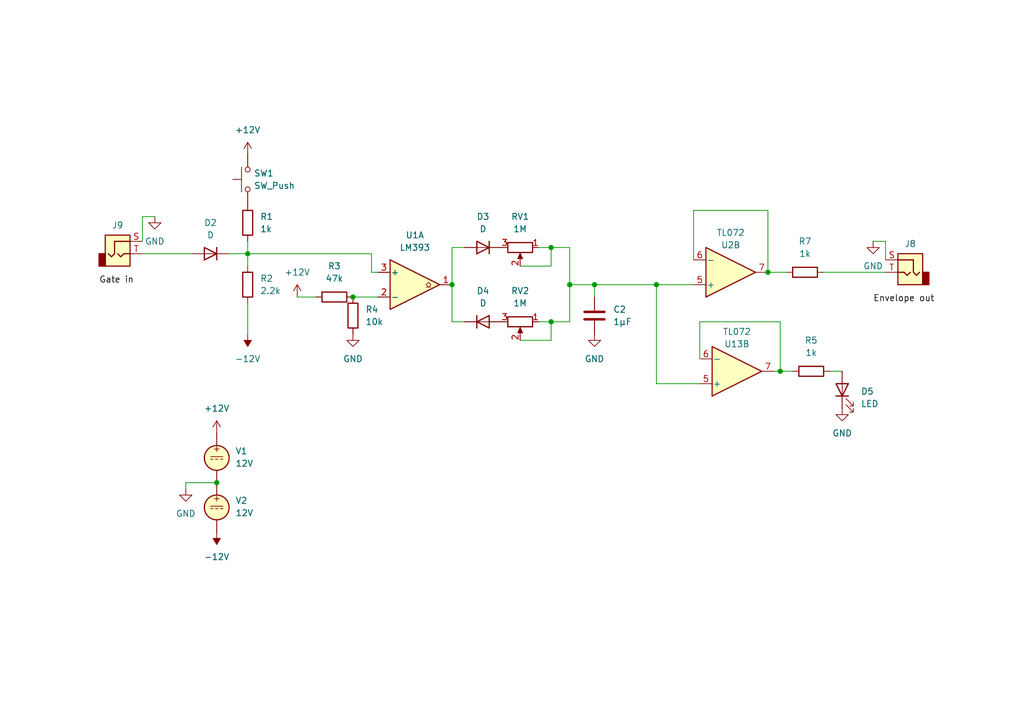
<source format=kicad_sch>
(kicad_sch
	(version 20231120)
	(generator "eeschema")
	(generator_version "8.0")
	(uuid "8c2a8b75-68de-4d16-b5f6-beb68e5463be")
	(paper "A5")
	(title_block
		(title "Sillysizer A/R Envelope Generator")
		(date "2024-10-27")
		(rev "2")
		(company "TEJ4M Ltd.")
	)
	(lib_symbols
		(symbol "Amplifier_Operational:TL072"
			(pin_names
				(offset 0.127)
			)
			(exclude_from_sim no)
			(in_bom yes)
			(on_board yes)
			(property "Reference" "U"
				(at 0 5.08 0)
				(effects
					(font
						(size 1.27 1.27)
					)
					(justify left)
				)
			)
			(property "Value" "TL072"
				(at 0 -5.08 0)
				(effects
					(font
						(size 1.27 1.27)
					)
					(justify left)
				)
			)
			(property "Footprint" ""
				(at 0 0 0)
				(effects
					(font
						(size 1.27 1.27)
					)
					(hide yes)
				)
			)
			(property "Datasheet" "http://www.ti.com/lit/ds/symlink/tl071.pdf"
				(at 0 0 0)
				(effects
					(font
						(size 1.27 1.27)
					)
					(hide yes)
				)
			)
			(property "Description" "Dual Low-Noise JFET-Input Operational Amplifiers, DIP-8/SOIC-8"
				(at 0 0 0)
				(effects
					(font
						(size 1.27 1.27)
					)
					(hide yes)
				)
			)
			(property "ki_locked" ""
				(at 0 0 0)
				(effects
					(font
						(size 1.27 1.27)
					)
				)
			)
			(property "ki_keywords" "dual opamp"
				(at 0 0 0)
				(effects
					(font
						(size 1.27 1.27)
					)
					(hide yes)
				)
			)
			(property "ki_fp_filters" "SOIC*3.9x4.9mm*P1.27mm* DIP*W7.62mm* TO*99* OnSemi*Micro8* TSSOP*3x3mm*P0.65mm* TSSOP*4.4x3mm*P0.65mm* MSOP*3x3mm*P0.65mm* SSOP*3.9x4.9mm*P0.635mm* LFCSP*2x2mm*P0.5mm* *SIP* SOIC*5.3x6.2mm*P1.27mm*"
				(at 0 0 0)
				(effects
					(font
						(size 1.27 1.27)
					)
					(hide yes)
				)
			)
			(symbol "TL072_1_1"
				(polyline
					(pts
						(xy -5.08 5.08) (xy 5.08 0) (xy -5.08 -5.08) (xy -5.08 5.08)
					)
					(stroke
						(width 0.254)
						(type default)
					)
					(fill
						(type background)
					)
				)
				(pin output line
					(at 7.62 0 180)
					(length 2.54)
					(name "~"
						(effects
							(font
								(size 1.27 1.27)
							)
						)
					)
					(number "1"
						(effects
							(font
								(size 1.27 1.27)
							)
						)
					)
				)
				(pin input line
					(at -7.62 -2.54 0)
					(length 2.54)
					(name "-"
						(effects
							(font
								(size 1.27 1.27)
							)
						)
					)
					(number "2"
						(effects
							(font
								(size 1.27 1.27)
							)
						)
					)
				)
				(pin input line
					(at -7.62 2.54 0)
					(length 2.54)
					(name "+"
						(effects
							(font
								(size 1.27 1.27)
							)
						)
					)
					(number "3"
						(effects
							(font
								(size 1.27 1.27)
							)
						)
					)
				)
			)
			(symbol "TL072_2_1"
				(polyline
					(pts
						(xy -5.08 5.08) (xy 5.08 0) (xy -5.08 -5.08) (xy -5.08 5.08)
					)
					(stroke
						(width 0.254)
						(type default)
					)
					(fill
						(type background)
					)
				)
				(pin input line
					(at -7.62 2.54 0)
					(length 2.54)
					(name "+"
						(effects
							(font
								(size 1.27 1.27)
							)
						)
					)
					(number "5"
						(effects
							(font
								(size 1.27 1.27)
							)
						)
					)
				)
				(pin input line
					(at -7.62 -2.54 0)
					(length 2.54)
					(name "-"
						(effects
							(font
								(size 1.27 1.27)
							)
						)
					)
					(number "6"
						(effects
							(font
								(size 1.27 1.27)
							)
						)
					)
				)
				(pin output line
					(at 7.62 0 180)
					(length 2.54)
					(name "~"
						(effects
							(font
								(size 1.27 1.27)
							)
						)
					)
					(number "7"
						(effects
							(font
								(size 1.27 1.27)
							)
						)
					)
				)
			)
			(symbol "TL072_3_1"
				(pin power_in line
					(at -2.54 -7.62 90)
					(length 3.81)
					(name "V-"
						(effects
							(font
								(size 1.27 1.27)
							)
						)
					)
					(number "4"
						(effects
							(font
								(size 1.27 1.27)
							)
						)
					)
				)
				(pin power_in line
					(at -2.54 7.62 270)
					(length 3.81)
					(name "V+"
						(effects
							(font
								(size 1.27 1.27)
							)
						)
					)
					(number "8"
						(effects
							(font
								(size 1.27 1.27)
							)
						)
					)
				)
			)
		)
		(symbol "Comparator:LM393"
			(pin_names
				(offset 0.127)
			)
			(exclude_from_sim no)
			(in_bom yes)
			(on_board yes)
			(property "Reference" "U"
				(at 3.81 3.81 0)
				(effects
					(font
						(size 1.27 1.27)
					)
				)
			)
			(property "Value" "LM393"
				(at 6.35 -3.81 0)
				(effects
					(font
						(size 1.27 1.27)
					)
				)
			)
			(property "Footprint" ""
				(at 0 0 0)
				(effects
					(font
						(size 1.27 1.27)
					)
					(hide yes)
				)
			)
			(property "Datasheet" "http://www.ti.com/lit/ds/symlink/lm393.pdf"
				(at 0 0 0)
				(effects
					(font
						(size 1.27 1.27)
					)
					(hide yes)
				)
			)
			(property "Description" "Low-Power, Low-Offset Voltage, Dual Comparators, DIP-8/SOIC-8/TO-99-8"
				(at 0 0 0)
				(effects
					(font
						(size 1.27 1.27)
					)
					(hide yes)
				)
			)
			(property "ki_locked" ""
				(at 0 0 0)
				(effects
					(font
						(size 1.27 1.27)
					)
				)
			)
			(property "ki_keywords" "cmp open collector"
				(at 0 0 0)
				(effects
					(font
						(size 1.27 1.27)
					)
					(hide yes)
				)
			)
			(property "ki_fp_filters" "SOIC*3.9x4.9mm*P1.27mm* DIP*W7.62mm* SOP*5.28x5.23mm*P1.27mm* VSSOP*3x3mm*P0.65mm* TSSOP*4.4x3mm*P0.65mm*"
				(at 0 0 0)
				(effects
					(font
						(size 1.27 1.27)
					)
					(hide yes)
				)
			)
			(symbol "LM393_1_1"
				(polyline
					(pts
						(xy -5.08 5.08) (xy 5.08 0) (xy -5.08 -5.08) (xy -5.08 5.08)
					)
					(stroke
						(width 0.254)
						(type default)
					)
					(fill
						(type background)
					)
				)
				(polyline
					(pts
						(xy 3.302 -0.508) (xy 2.794 -0.508) (xy 3.302 0) (xy 2.794 0.508) (xy 2.286 0) (xy 2.794 -0.508)
						(xy 2.286 -0.508)
					)
					(stroke
						(width 0.127)
						(type default)
					)
					(fill
						(type none)
					)
				)
				(pin open_collector line
					(at 7.62 0 180)
					(length 2.54)
					(name "~"
						(effects
							(font
								(size 1.27 1.27)
							)
						)
					)
					(number "1"
						(effects
							(font
								(size 1.27 1.27)
							)
						)
					)
				)
				(pin input line
					(at -7.62 -2.54 0)
					(length 2.54)
					(name "-"
						(effects
							(font
								(size 1.27 1.27)
							)
						)
					)
					(number "2"
						(effects
							(font
								(size 1.27 1.27)
							)
						)
					)
				)
				(pin input line
					(at -7.62 2.54 0)
					(length 2.54)
					(name "+"
						(effects
							(font
								(size 1.27 1.27)
							)
						)
					)
					(number "3"
						(effects
							(font
								(size 1.27 1.27)
							)
						)
					)
				)
			)
			(symbol "LM393_2_1"
				(polyline
					(pts
						(xy -5.08 5.08) (xy 5.08 0) (xy -5.08 -5.08) (xy -5.08 5.08)
					)
					(stroke
						(width 0.254)
						(type default)
					)
					(fill
						(type background)
					)
				)
				(polyline
					(pts
						(xy 3.302 -0.508) (xy 2.794 -0.508) (xy 3.302 0) (xy 2.794 0.508) (xy 2.286 0) (xy 2.794 -0.508)
						(xy 2.286 -0.508)
					)
					(stroke
						(width 0.127)
						(type default)
					)
					(fill
						(type none)
					)
				)
				(pin input line
					(at -7.62 2.54 0)
					(length 2.54)
					(name "+"
						(effects
							(font
								(size 1.27 1.27)
							)
						)
					)
					(number "5"
						(effects
							(font
								(size 1.27 1.27)
							)
						)
					)
				)
				(pin input line
					(at -7.62 -2.54 0)
					(length 2.54)
					(name "-"
						(effects
							(font
								(size 1.27 1.27)
							)
						)
					)
					(number "6"
						(effects
							(font
								(size 1.27 1.27)
							)
						)
					)
				)
				(pin open_collector line
					(at 7.62 0 180)
					(length 2.54)
					(name "~"
						(effects
							(font
								(size 1.27 1.27)
							)
						)
					)
					(number "7"
						(effects
							(font
								(size 1.27 1.27)
							)
						)
					)
				)
			)
			(symbol "LM393_3_1"
				(pin power_in line
					(at -2.54 -7.62 90)
					(length 3.81)
					(name "V-"
						(effects
							(font
								(size 1.27 1.27)
							)
						)
					)
					(number "4"
						(effects
							(font
								(size 1.27 1.27)
							)
						)
					)
				)
				(pin power_in line
					(at -2.54 7.62 270)
					(length 3.81)
					(name "V+"
						(effects
							(font
								(size 1.27 1.27)
							)
						)
					)
					(number "8"
						(effects
							(font
								(size 1.27 1.27)
							)
						)
					)
				)
			)
		)
		(symbol "Connector_Audio:AudioJack2"
			(exclude_from_sim no)
			(in_bom yes)
			(on_board yes)
			(property "Reference" "J"
				(at 0 8.89 0)
				(effects
					(font
						(size 1.27 1.27)
					)
				)
			)
			(property "Value" "AudioJack2"
				(at 0 6.35 0)
				(effects
					(font
						(size 1.27 1.27)
					)
				)
			)
			(property "Footprint" ""
				(at 0 0 0)
				(effects
					(font
						(size 1.27 1.27)
					)
					(hide yes)
				)
			)
			(property "Datasheet" "~"
				(at 0 0 0)
				(effects
					(font
						(size 1.27 1.27)
					)
					(hide yes)
				)
			)
			(property "Description" "Audio Jack, 2 Poles (Mono / TS)"
				(at 0 0 0)
				(effects
					(font
						(size 1.27 1.27)
					)
					(hide yes)
				)
			)
			(property "ki_keywords" "audio jack receptacle mono phone headphone TS connector"
				(at 0 0 0)
				(effects
					(font
						(size 1.27 1.27)
					)
					(hide yes)
				)
			)
			(property "ki_fp_filters" "Jack*"
				(at 0 0 0)
				(effects
					(font
						(size 1.27 1.27)
					)
					(hide yes)
				)
			)
			(symbol "AudioJack2_0_1"
				(rectangle
					(start -3.81 0)
					(end -2.54 -2.54)
					(stroke
						(width 0.254)
						(type default)
					)
					(fill
						(type outline)
					)
				)
				(rectangle
					(start -2.54 3.81)
					(end 2.54 -2.54)
					(stroke
						(width 0.254)
						(type default)
					)
					(fill
						(type background)
					)
				)
				(polyline
					(pts
						(xy 0 0) (xy 0.635 -0.635) (xy 1.27 0) (xy 2.54 0)
					)
					(stroke
						(width 0.254)
						(type default)
					)
					(fill
						(type none)
					)
				)
				(polyline
					(pts
						(xy 2.54 2.54) (xy -0.635 2.54) (xy -0.635 0) (xy -1.27 -0.635) (xy -1.905 0)
					)
					(stroke
						(width 0.254)
						(type default)
					)
					(fill
						(type none)
					)
				)
			)
			(symbol "AudioJack2_1_1"
				(pin passive line
					(at 5.08 2.54 180)
					(length 2.54)
					(name "~"
						(effects
							(font
								(size 1.27 1.27)
							)
						)
					)
					(number "S"
						(effects
							(font
								(size 1.27 1.27)
							)
						)
					)
				)
				(pin passive line
					(at 5.08 0 180)
					(length 2.54)
					(name "~"
						(effects
							(font
								(size 1.27 1.27)
							)
						)
					)
					(number "T"
						(effects
							(font
								(size 1.27 1.27)
							)
						)
					)
				)
			)
		)
		(symbol "Device:C"
			(pin_numbers hide)
			(pin_names
				(offset 0.254)
			)
			(exclude_from_sim no)
			(in_bom yes)
			(on_board yes)
			(property "Reference" "C"
				(at 0.635 2.54 0)
				(effects
					(font
						(size 1.27 1.27)
					)
					(justify left)
				)
			)
			(property "Value" "C"
				(at 0.635 -2.54 0)
				(effects
					(font
						(size 1.27 1.27)
					)
					(justify left)
				)
			)
			(property "Footprint" ""
				(at 0.9652 -3.81 0)
				(effects
					(font
						(size 1.27 1.27)
					)
					(hide yes)
				)
			)
			(property "Datasheet" "~"
				(at 0 0 0)
				(effects
					(font
						(size 1.27 1.27)
					)
					(hide yes)
				)
			)
			(property "Description" "Unpolarized capacitor"
				(at 0 0 0)
				(effects
					(font
						(size 1.27 1.27)
					)
					(hide yes)
				)
			)
			(property "ki_keywords" "cap capacitor"
				(at 0 0 0)
				(effects
					(font
						(size 1.27 1.27)
					)
					(hide yes)
				)
			)
			(property "ki_fp_filters" "C_*"
				(at 0 0 0)
				(effects
					(font
						(size 1.27 1.27)
					)
					(hide yes)
				)
			)
			(symbol "C_0_1"
				(polyline
					(pts
						(xy -2.032 -0.762) (xy 2.032 -0.762)
					)
					(stroke
						(width 0.508)
						(type default)
					)
					(fill
						(type none)
					)
				)
				(polyline
					(pts
						(xy -2.032 0.762) (xy 2.032 0.762)
					)
					(stroke
						(width 0.508)
						(type default)
					)
					(fill
						(type none)
					)
				)
			)
			(symbol "C_1_1"
				(pin passive line
					(at 0 3.81 270)
					(length 2.794)
					(name "~"
						(effects
							(font
								(size 1.27 1.27)
							)
						)
					)
					(number "1"
						(effects
							(font
								(size 1.27 1.27)
							)
						)
					)
				)
				(pin passive line
					(at 0 -3.81 90)
					(length 2.794)
					(name "~"
						(effects
							(font
								(size 1.27 1.27)
							)
						)
					)
					(number "2"
						(effects
							(font
								(size 1.27 1.27)
							)
						)
					)
				)
			)
		)
		(symbol "Device:D"
			(pin_numbers hide)
			(pin_names
				(offset 1.016) hide)
			(exclude_from_sim no)
			(in_bom yes)
			(on_board yes)
			(property "Reference" "D"
				(at 0 2.54 0)
				(effects
					(font
						(size 1.27 1.27)
					)
				)
			)
			(property "Value" "D"
				(at 0 -2.54 0)
				(effects
					(font
						(size 1.27 1.27)
					)
				)
			)
			(property "Footprint" ""
				(at 0 0 0)
				(effects
					(font
						(size 1.27 1.27)
					)
					(hide yes)
				)
			)
			(property "Datasheet" "~"
				(at 0 0 0)
				(effects
					(font
						(size 1.27 1.27)
					)
					(hide yes)
				)
			)
			(property "Description" "Diode"
				(at 0 0 0)
				(effects
					(font
						(size 1.27 1.27)
					)
					(hide yes)
				)
			)
			(property "Sim.Device" "D"
				(at 0 0 0)
				(effects
					(font
						(size 1.27 1.27)
					)
					(hide yes)
				)
			)
			(property "Sim.Pins" "1=K 2=A"
				(at 0 0 0)
				(effects
					(font
						(size 1.27 1.27)
					)
					(hide yes)
				)
			)
			(property "ki_keywords" "diode"
				(at 0 0 0)
				(effects
					(font
						(size 1.27 1.27)
					)
					(hide yes)
				)
			)
			(property "ki_fp_filters" "TO-???* *_Diode_* *SingleDiode* D_*"
				(at 0 0 0)
				(effects
					(font
						(size 1.27 1.27)
					)
					(hide yes)
				)
			)
			(symbol "D_0_1"
				(polyline
					(pts
						(xy -1.27 1.27) (xy -1.27 -1.27)
					)
					(stroke
						(width 0.254)
						(type default)
					)
					(fill
						(type none)
					)
				)
				(polyline
					(pts
						(xy 1.27 0) (xy -1.27 0)
					)
					(stroke
						(width 0)
						(type default)
					)
					(fill
						(type none)
					)
				)
				(polyline
					(pts
						(xy 1.27 1.27) (xy 1.27 -1.27) (xy -1.27 0) (xy 1.27 1.27)
					)
					(stroke
						(width 0.254)
						(type default)
					)
					(fill
						(type none)
					)
				)
			)
			(symbol "D_1_1"
				(pin passive line
					(at -3.81 0 0)
					(length 2.54)
					(name "K"
						(effects
							(font
								(size 1.27 1.27)
							)
						)
					)
					(number "1"
						(effects
							(font
								(size 1.27 1.27)
							)
						)
					)
				)
				(pin passive line
					(at 3.81 0 180)
					(length 2.54)
					(name "A"
						(effects
							(font
								(size 1.27 1.27)
							)
						)
					)
					(number "2"
						(effects
							(font
								(size 1.27 1.27)
							)
						)
					)
				)
			)
		)
		(symbol "Device:LED"
			(pin_numbers hide)
			(pin_names
				(offset 1.016) hide)
			(exclude_from_sim no)
			(in_bom yes)
			(on_board yes)
			(property "Reference" "D"
				(at 0 2.54 0)
				(effects
					(font
						(size 1.27 1.27)
					)
				)
			)
			(property "Value" "LED"
				(at 0 -2.54 0)
				(effects
					(font
						(size 1.27 1.27)
					)
				)
			)
			(property "Footprint" ""
				(at 0 0 0)
				(effects
					(font
						(size 1.27 1.27)
					)
					(hide yes)
				)
			)
			(property "Datasheet" "~"
				(at 0 0 0)
				(effects
					(font
						(size 1.27 1.27)
					)
					(hide yes)
				)
			)
			(property "Description" "Light emitting diode"
				(at 0 0 0)
				(effects
					(font
						(size 1.27 1.27)
					)
					(hide yes)
				)
			)
			(property "ki_keywords" "LED diode"
				(at 0 0 0)
				(effects
					(font
						(size 1.27 1.27)
					)
					(hide yes)
				)
			)
			(property "ki_fp_filters" "LED* LED_SMD:* LED_THT:*"
				(at 0 0 0)
				(effects
					(font
						(size 1.27 1.27)
					)
					(hide yes)
				)
			)
			(symbol "LED_0_1"
				(polyline
					(pts
						(xy -1.27 -1.27) (xy -1.27 1.27)
					)
					(stroke
						(width 0.254)
						(type default)
					)
					(fill
						(type none)
					)
				)
				(polyline
					(pts
						(xy -1.27 0) (xy 1.27 0)
					)
					(stroke
						(width 0)
						(type default)
					)
					(fill
						(type none)
					)
				)
				(polyline
					(pts
						(xy 1.27 -1.27) (xy 1.27 1.27) (xy -1.27 0) (xy 1.27 -1.27)
					)
					(stroke
						(width 0.254)
						(type default)
					)
					(fill
						(type none)
					)
				)
				(polyline
					(pts
						(xy -3.048 -0.762) (xy -4.572 -2.286) (xy -3.81 -2.286) (xy -4.572 -2.286) (xy -4.572 -1.524)
					)
					(stroke
						(width 0)
						(type default)
					)
					(fill
						(type none)
					)
				)
				(polyline
					(pts
						(xy -1.778 -0.762) (xy -3.302 -2.286) (xy -2.54 -2.286) (xy -3.302 -2.286) (xy -3.302 -1.524)
					)
					(stroke
						(width 0)
						(type default)
					)
					(fill
						(type none)
					)
				)
			)
			(symbol "LED_1_1"
				(pin passive line
					(at -3.81 0 0)
					(length 2.54)
					(name "K"
						(effects
							(font
								(size 1.27 1.27)
							)
						)
					)
					(number "1"
						(effects
							(font
								(size 1.27 1.27)
							)
						)
					)
				)
				(pin passive line
					(at 3.81 0 180)
					(length 2.54)
					(name "A"
						(effects
							(font
								(size 1.27 1.27)
							)
						)
					)
					(number "2"
						(effects
							(font
								(size 1.27 1.27)
							)
						)
					)
				)
			)
		)
		(symbol "Device:R"
			(pin_numbers hide)
			(pin_names
				(offset 0)
			)
			(exclude_from_sim no)
			(in_bom yes)
			(on_board yes)
			(property "Reference" "R"
				(at 2.032 0 90)
				(effects
					(font
						(size 1.27 1.27)
					)
				)
			)
			(property "Value" "R"
				(at 0 0 90)
				(effects
					(font
						(size 1.27 1.27)
					)
				)
			)
			(property "Footprint" ""
				(at -1.778 0 90)
				(effects
					(font
						(size 1.27 1.27)
					)
					(hide yes)
				)
			)
			(property "Datasheet" "~"
				(at 0 0 0)
				(effects
					(font
						(size 1.27 1.27)
					)
					(hide yes)
				)
			)
			(property "Description" "Resistor"
				(at 0 0 0)
				(effects
					(font
						(size 1.27 1.27)
					)
					(hide yes)
				)
			)
			(property "ki_keywords" "R res resistor"
				(at 0 0 0)
				(effects
					(font
						(size 1.27 1.27)
					)
					(hide yes)
				)
			)
			(property "ki_fp_filters" "R_*"
				(at 0 0 0)
				(effects
					(font
						(size 1.27 1.27)
					)
					(hide yes)
				)
			)
			(symbol "R_0_1"
				(rectangle
					(start -1.016 -2.54)
					(end 1.016 2.54)
					(stroke
						(width 0.254)
						(type default)
					)
					(fill
						(type none)
					)
				)
			)
			(symbol "R_1_1"
				(pin passive line
					(at 0 3.81 270)
					(length 1.27)
					(name "~"
						(effects
							(font
								(size 1.27 1.27)
							)
						)
					)
					(number "1"
						(effects
							(font
								(size 1.27 1.27)
							)
						)
					)
				)
				(pin passive line
					(at 0 -3.81 90)
					(length 1.27)
					(name "~"
						(effects
							(font
								(size 1.27 1.27)
							)
						)
					)
					(number "2"
						(effects
							(font
								(size 1.27 1.27)
							)
						)
					)
				)
			)
		)
		(symbol "Device:R_Potentiometer"
			(pin_names
				(offset 1.016) hide)
			(exclude_from_sim no)
			(in_bom yes)
			(on_board yes)
			(property "Reference" "RV"
				(at -4.445 0 90)
				(effects
					(font
						(size 1.27 1.27)
					)
				)
			)
			(property "Value" "R_Potentiometer"
				(at -2.54 0 90)
				(effects
					(font
						(size 1.27 1.27)
					)
				)
			)
			(property "Footprint" ""
				(at 0 0 0)
				(effects
					(font
						(size 1.27 1.27)
					)
					(hide yes)
				)
			)
			(property "Datasheet" "~"
				(at 0 0 0)
				(effects
					(font
						(size 1.27 1.27)
					)
					(hide yes)
				)
			)
			(property "Description" "Potentiometer"
				(at 0 0 0)
				(effects
					(font
						(size 1.27 1.27)
					)
					(hide yes)
				)
			)
			(property "ki_keywords" "resistor variable"
				(at 0 0 0)
				(effects
					(font
						(size 1.27 1.27)
					)
					(hide yes)
				)
			)
			(property "ki_fp_filters" "Potentiometer*"
				(at 0 0 0)
				(effects
					(font
						(size 1.27 1.27)
					)
					(hide yes)
				)
			)
			(symbol "R_Potentiometer_0_1"
				(polyline
					(pts
						(xy 2.54 0) (xy 1.524 0)
					)
					(stroke
						(width 0)
						(type default)
					)
					(fill
						(type none)
					)
				)
				(polyline
					(pts
						(xy 1.143 0) (xy 2.286 0.508) (xy 2.286 -0.508) (xy 1.143 0)
					)
					(stroke
						(width 0)
						(type default)
					)
					(fill
						(type outline)
					)
				)
				(rectangle
					(start 1.016 2.54)
					(end -1.016 -2.54)
					(stroke
						(width 0.254)
						(type default)
					)
					(fill
						(type none)
					)
				)
			)
			(symbol "R_Potentiometer_1_1"
				(pin passive line
					(at 0 3.81 270)
					(length 1.27)
					(name "1"
						(effects
							(font
								(size 1.27 1.27)
							)
						)
					)
					(number "1"
						(effects
							(font
								(size 1.27 1.27)
							)
						)
					)
				)
				(pin passive line
					(at 3.81 0 180)
					(length 1.27)
					(name "2"
						(effects
							(font
								(size 1.27 1.27)
							)
						)
					)
					(number "2"
						(effects
							(font
								(size 1.27 1.27)
							)
						)
					)
				)
				(pin passive line
					(at 0 -3.81 90)
					(length 1.27)
					(name "3"
						(effects
							(font
								(size 1.27 1.27)
							)
						)
					)
					(number "3"
						(effects
							(font
								(size 1.27 1.27)
							)
						)
					)
				)
			)
		)
		(symbol "Simulation_SPICE:VDC"
			(pin_numbers hide)
			(pin_names
				(offset 0.0254)
			)
			(exclude_from_sim no)
			(in_bom yes)
			(on_board yes)
			(property "Reference" "V"
				(at 2.54 2.54 0)
				(effects
					(font
						(size 1.27 1.27)
					)
					(justify left)
				)
			)
			(property "Value" "1"
				(at 2.54 0 0)
				(effects
					(font
						(size 1.27 1.27)
					)
					(justify left)
				)
			)
			(property "Footprint" ""
				(at 0 0 0)
				(effects
					(font
						(size 1.27 1.27)
					)
					(hide yes)
				)
			)
			(property "Datasheet" "https://ngspice.sourceforge.io/docs/ngspice-html-manual/manual.xhtml#sec_Independent_Sources_for"
				(at 0 0 0)
				(effects
					(font
						(size 1.27 1.27)
					)
					(hide yes)
				)
			)
			(property "Description" "Voltage source, DC"
				(at 0 0 0)
				(effects
					(font
						(size 1.27 1.27)
					)
					(hide yes)
				)
			)
			(property "Sim.Pins" "1=+ 2=-"
				(at 0 0 0)
				(effects
					(font
						(size 1.27 1.27)
					)
					(hide yes)
				)
			)
			(property "Sim.Type" "DC"
				(at 0 0 0)
				(effects
					(font
						(size 1.27 1.27)
					)
					(hide yes)
				)
			)
			(property "Sim.Device" "V"
				(at 0 0 0)
				(effects
					(font
						(size 1.27 1.27)
					)
					(justify left)
					(hide yes)
				)
			)
			(property "ki_keywords" "simulation"
				(at 0 0 0)
				(effects
					(font
						(size 1.27 1.27)
					)
					(hide yes)
				)
			)
			(symbol "VDC_0_0"
				(polyline
					(pts
						(xy -1.27 0.254) (xy 1.27 0.254)
					)
					(stroke
						(width 0)
						(type default)
					)
					(fill
						(type none)
					)
				)
				(polyline
					(pts
						(xy -0.762 -0.254) (xy -1.27 -0.254)
					)
					(stroke
						(width 0)
						(type default)
					)
					(fill
						(type none)
					)
				)
				(polyline
					(pts
						(xy 0.254 -0.254) (xy -0.254 -0.254)
					)
					(stroke
						(width 0)
						(type default)
					)
					(fill
						(type none)
					)
				)
				(polyline
					(pts
						(xy 1.27 -0.254) (xy 0.762 -0.254)
					)
					(stroke
						(width 0)
						(type default)
					)
					(fill
						(type none)
					)
				)
				(text "+"
					(at 0 1.905 0)
					(effects
						(font
							(size 1.27 1.27)
						)
					)
				)
			)
			(symbol "VDC_0_1"
				(circle
					(center 0 0)
					(radius 2.54)
					(stroke
						(width 0.254)
						(type default)
					)
					(fill
						(type background)
					)
				)
			)
			(symbol "VDC_1_1"
				(pin passive line
					(at 0 5.08 270)
					(length 2.54)
					(name "~"
						(effects
							(font
								(size 1.27 1.27)
							)
						)
					)
					(number "1"
						(effects
							(font
								(size 1.27 1.27)
							)
						)
					)
				)
				(pin passive line
					(at 0 -5.08 90)
					(length 2.54)
					(name "~"
						(effects
							(font
								(size 1.27 1.27)
							)
						)
					)
					(number "2"
						(effects
							(font
								(size 1.27 1.27)
							)
						)
					)
				)
			)
		)
		(symbol "Switch:SW_Push"
			(pin_numbers hide)
			(pin_names
				(offset 1.016) hide)
			(exclude_from_sim no)
			(in_bom yes)
			(on_board yes)
			(property "Reference" "SW"
				(at 1.27 2.54 0)
				(effects
					(font
						(size 1.27 1.27)
					)
					(justify left)
				)
			)
			(property "Value" "SW_Push"
				(at 0 -1.524 0)
				(effects
					(font
						(size 1.27 1.27)
					)
				)
			)
			(property "Footprint" ""
				(at 0 5.08 0)
				(effects
					(font
						(size 1.27 1.27)
					)
					(hide yes)
				)
			)
			(property "Datasheet" "~"
				(at 0 5.08 0)
				(effects
					(font
						(size 1.27 1.27)
					)
					(hide yes)
				)
			)
			(property "Description" "Push button switch, generic, two pins"
				(at 0 0 0)
				(effects
					(font
						(size 1.27 1.27)
					)
					(hide yes)
				)
			)
			(property "ki_keywords" "switch normally-open pushbutton push-button"
				(at 0 0 0)
				(effects
					(font
						(size 1.27 1.27)
					)
					(hide yes)
				)
			)
			(symbol "SW_Push_0_1"
				(circle
					(center -2.032 0)
					(radius 0.508)
					(stroke
						(width 0)
						(type default)
					)
					(fill
						(type none)
					)
				)
				(polyline
					(pts
						(xy 0 1.27) (xy 0 3.048)
					)
					(stroke
						(width 0)
						(type default)
					)
					(fill
						(type none)
					)
				)
				(polyline
					(pts
						(xy 2.54 1.27) (xy -2.54 1.27)
					)
					(stroke
						(width 0)
						(type default)
					)
					(fill
						(type none)
					)
				)
				(circle
					(center 2.032 0)
					(radius 0.508)
					(stroke
						(width 0)
						(type default)
					)
					(fill
						(type none)
					)
				)
				(pin passive line
					(at -5.08 0 0)
					(length 2.54)
					(name "1"
						(effects
							(font
								(size 1.27 1.27)
							)
						)
					)
					(number "1"
						(effects
							(font
								(size 1.27 1.27)
							)
						)
					)
				)
				(pin passive line
					(at 5.08 0 180)
					(length 2.54)
					(name "2"
						(effects
							(font
								(size 1.27 1.27)
							)
						)
					)
					(number "2"
						(effects
							(font
								(size 1.27 1.27)
							)
						)
					)
				)
			)
		)
		(symbol "power:+12V"
			(power)
			(pin_numbers hide)
			(pin_names
				(offset 0) hide)
			(exclude_from_sim no)
			(in_bom yes)
			(on_board yes)
			(property "Reference" "#PWR"
				(at 0 -3.81 0)
				(effects
					(font
						(size 1.27 1.27)
					)
					(hide yes)
				)
			)
			(property "Value" "+12V"
				(at 0 3.556 0)
				(effects
					(font
						(size 1.27 1.27)
					)
				)
			)
			(property "Footprint" ""
				(at 0 0 0)
				(effects
					(font
						(size 1.27 1.27)
					)
					(hide yes)
				)
			)
			(property "Datasheet" ""
				(at 0 0 0)
				(effects
					(font
						(size 1.27 1.27)
					)
					(hide yes)
				)
			)
			(property "Description" "Power symbol creates a global label with name \"+12V\""
				(at 0 0 0)
				(effects
					(font
						(size 1.27 1.27)
					)
					(hide yes)
				)
			)
			(property "ki_keywords" "global power"
				(at 0 0 0)
				(effects
					(font
						(size 1.27 1.27)
					)
					(hide yes)
				)
			)
			(symbol "+12V_0_1"
				(polyline
					(pts
						(xy -0.762 1.27) (xy 0 2.54)
					)
					(stroke
						(width 0)
						(type default)
					)
					(fill
						(type none)
					)
				)
				(polyline
					(pts
						(xy 0 0) (xy 0 2.54)
					)
					(stroke
						(width 0)
						(type default)
					)
					(fill
						(type none)
					)
				)
				(polyline
					(pts
						(xy 0 2.54) (xy 0.762 1.27)
					)
					(stroke
						(width 0)
						(type default)
					)
					(fill
						(type none)
					)
				)
			)
			(symbol "+12V_1_1"
				(pin power_in line
					(at 0 0 90)
					(length 0)
					(name "~"
						(effects
							(font
								(size 1.27 1.27)
							)
						)
					)
					(number "1"
						(effects
							(font
								(size 1.27 1.27)
							)
						)
					)
				)
			)
		)
		(symbol "power:-12V"
			(power)
			(pin_numbers hide)
			(pin_names
				(offset 0) hide)
			(exclude_from_sim no)
			(in_bom yes)
			(on_board yes)
			(property "Reference" "#PWR"
				(at 0 -3.81 0)
				(effects
					(font
						(size 1.27 1.27)
					)
					(hide yes)
				)
			)
			(property "Value" "-12V"
				(at 0 3.556 0)
				(effects
					(font
						(size 1.27 1.27)
					)
				)
			)
			(property "Footprint" ""
				(at 0 0 0)
				(effects
					(font
						(size 1.27 1.27)
					)
					(hide yes)
				)
			)
			(property "Datasheet" ""
				(at 0 0 0)
				(effects
					(font
						(size 1.27 1.27)
					)
					(hide yes)
				)
			)
			(property "Description" "Power symbol creates a global label with name \"-12V\""
				(at 0 0 0)
				(effects
					(font
						(size 1.27 1.27)
					)
					(hide yes)
				)
			)
			(property "ki_keywords" "global power"
				(at 0 0 0)
				(effects
					(font
						(size 1.27 1.27)
					)
					(hide yes)
				)
			)
			(symbol "-12V_0_0"
				(pin power_in line
					(at 0 0 90)
					(length 0)
					(name "~"
						(effects
							(font
								(size 1.27 1.27)
							)
						)
					)
					(number "1"
						(effects
							(font
								(size 1.27 1.27)
							)
						)
					)
				)
			)
			(symbol "-12V_0_1"
				(polyline
					(pts
						(xy 0 0) (xy 0 1.27) (xy 0.762 1.27) (xy 0 2.54) (xy -0.762 1.27) (xy 0 1.27)
					)
					(stroke
						(width 0)
						(type default)
					)
					(fill
						(type outline)
					)
				)
			)
		)
		(symbol "power:GND"
			(power)
			(pin_numbers hide)
			(pin_names
				(offset 0) hide)
			(exclude_from_sim no)
			(in_bom yes)
			(on_board yes)
			(property "Reference" "#PWR"
				(at 0 -6.35 0)
				(effects
					(font
						(size 1.27 1.27)
					)
					(hide yes)
				)
			)
			(property "Value" "GND"
				(at 0 -3.81 0)
				(effects
					(font
						(size 1.27 1.27)
					)
				)
			)
			(property "Footprint" ""
				(at 0 0 0)
				(effects
					(font
						(size 1.27 1.27)
					)
					(hide yes)
				)
			)
			(property "Datasheet" ""
				(at 0 0 0)
				(effects
					(font
						(size 1.27 1.27)
					)
					(hide yes)
				)
			)
			(property "Description" "Power symbol creates a global label with name \"GND\" , ground"
				(at 0 0 0)
				(effects
					(font
						(size 1.27 1.27)
					)
					(hide yes)
				)
			)
			(property "ki_keywords" "global power"
				(at 0 0 0)
				(effects
					(font
						(size 1.27 1.27)
					)
					(hide yes)
				)
			)
			(symbol "GND_0_1"
				(polyline
					(pts
						(xy 0 0) (xy 0 -1.27) (xy 1.27 -1.27) (xy 0 -2.54) (xy -1.27 -1.27) (xy 0 -1.27)
					)
					(stroke
						(width 0)
						(type default)
					)
					(fill
						(type none)
					)
				)
			)
			(symbol "GND_1_1"
				(pin power_in line
					(at 0 0 270)
					(length 0)
					(name "~"
						(effects
							(font
								(size 1.27 1.27)
							)
						)
					)
					(number "1"
						(effects
							(font
								(size 1.27 1.27)
							)
						)
					)
				)
			)
		)
	)
	(junction
		(at 72.39 60.96)
		(diameter 0)
		(color 0 0 0 0)
		(uuid "27601a49-b02b-442b-baef-c9d89e71c80a")
	)
	(junction
		(at 113.03 66.04)
		(diameter 0)
		(color 0 0 0 0)
		(uuid "3febdb61-e31b-4305-9ba4-27f42b302392")
	)
	(junction
		(at 116.84 58.42)
		(diameter 0)
		(color 0 0 0 0)
		(uuid "4277b4a3-651c-4041-a1a3-6af07f5ddbd0")
	)
	(junction
		(at 44.45 99.06)
		(diameter 0)
		(color 0 0 0 0)
		(uuid "44655021-95b6-42c3-9264-ac390a394c18")
	)
	(junction
		(at 50.8 52.07)
		(diameter 0)
		(color 0 0 0 0)
		(uuid "4ca84f8e-f81b-4fa0-a504-c0893d8cf21e")
	)
	(junction
		(at 134.62 58.42)
		(diameter 0)
		(color 0 0 0 0)
		(uuid "6267896d-e353-4e25-9ea1-d8caaf9f907a")
	)
	(junction
		(at 157.48 55.88)
		(diameter 0)
		(color 0 0 0 0)
		(uuid "6cdce54c-c3f6-4b9b-8344-57332ab14d8d")
	)
	(junction
		(at 113.03 50.8)
		(diameter 0)
		(color 0 0 0 0)
		(uuid "74bcc13d-4af1-4374-b227-fc0ad11a734e")
	)
	(junction
		(at 121.92 58.42)
		(diameter 0)
		(color 0 0 0 0)
		(uuid "77c3e286-c22e-4b71-9c89-b38b62901d27")
	)
	(junction
		(at 92.71 58.42)
		(diameter 0)
		(color 0 0 0 0)
		(uuid "8257c798-4c74-468b-b644-c84d24ae12d2")
	)
	(junction
		(at 160.02 76.2)
		(diameter 0)
		(color 0 0 0 0)
		(uuid "af51acb1-0ee1-40fd-bddf-fe0c801d5139")
	)
	(wire
		(pts
			(xy 157.48 55.88) (xy 161.29 55.88)
		)
		(stroke
			(width 0)
			(type default)
		)
		(uuid "002faa77-3768-40ac-b79a-189f4d0b376c")
	)
	(wire
		(pts
			(xy 38.1 99.06) (xy 38.1 100.33)
		)
		(stroke
			(width 0)
			(type default)
		)
		(uuid "029f68c4-4a8f-43c0-8cfd-6f240a039461")
	)
	(wire
		(pts
			(xy 142.24 43.18) (xy 157.48 43.18)
		)
		(stroke
			(width 0)
			(type default)
		)
		(uuid "02cb90f7-17cc-4559-83bc-456a6b329f35")
	)
	(wire
		(pts
			(xy 106.68 54.61) (xy 113.03 54.61)
		)
		(stroke
			(width 0)
			(type default)
		)
		(uuid "144b3455-be13-489d-baa4-125ad8e082c7")
	)
	(wire
		(pts
			(xy 46.99 52.07) (xy 50.8 52.07)
		)
		(stroke
			(width 0)
			(type default)
		)
		(uuid "14a975cf-c555-4fd6-b330-471d46c7721f")
	)
	(wire
		(pts
			(xy 134.62 58.42) (xy 134.62 78.74)
		)
		(stroke
			(width 0)
			(type default)
		)
		(uuid "15fcf179-67e7-4856-bc49-b4ba278077ab")
	)
	(wire
		(pts
			(xy 160.02 66.04) (xy 160.02 76.2)
		)
		(stroke
			(width 0)
			(type default)
		)
		(uuid "16461a27-1140-4f62-940b-3811180e9970")
	)
	(wire
		(pts
			(xy 143.51 73.66) (xy 143.51 66.04)
		)
		(stroke
			(width 0)
			(type default)
		)
		(uuid "164a69b3-c48d-44a3-ad7f-99775eda5c65")
	)
	(wire
		(pts
			(xy 116.84 58.42) (xy 116.84 66.04)
		)
		(stroke
			(width 0)
			(type default)
		)
		(uuid "1cb572e2-5f0f-4c0c-a949-477ce52f0f9f")
	)
	(wire
		(pts
			(xy 113.03 54.61) (xy 113.03 50.8)
		)
		(stroke
			(width 0)
			(type default)
		)
		(uuid "23bc96bf-c76b-470a-893e-3e6ac91da28b")
	)
	(wire
		(pts
			(xy 38.1 99.06) (xy 44.45 99.06)
		)
		(stroke
			(width 0)
			(type default)
		)
		(uuid "25f52205-68e2-4297-acfd-12ac1c0dd7bb")
	)
	(wire
		(pts
			(xy 113.03 50.8) (xy 116.84 50.8)
		)
		(stroke
			(width 0)
			(type default)
		)
		(uuid "27a58e3d-f9cf-45b6-8384-20f7632b243d")
	)
	(wire
		(pts
			(xy 50.8 49.53) (xy 50.8 52.07)
		)
		(stroke
			(width 0)
			(type default)
		)
		(uuid "2c46a719-8868-4d62-a237-920426e4e603")
	)
	(wire
		(pts
			(xy 110.49 50.8) (xy 113.03 50.8)
		)
		(stroke
			(width 0)
			(type default)
		)
		(uuid "2dccd908-6880-4db3-a0f1-97c959948b00")
	)
	(wire
		(pts
			(xy 29.21 52.07) (xy 39.37 52.07)
		)
		(stroke
			(width 0)
			(type default)
		)
		(uuid "35a6ad2d-9b7c-4c04-970c-3f513be96bbc")
	)
	(wire
		(pts
			(xy 160.02 76.2) (xy 158.75 76.2)
		)
		(stroke
			(width 0)
			(type default)
		)
		(uuid "440dd61e-7eb6-4f2f-a335-8791b58beb79")
	)
	(wire
		(pts
			(xy 29.21 44.45) (xy 31.75 44.45)
		)
		(stroke
			(width 0)
			(type default)
		)
		(uuid "449bc6ac-31e7-4d59-a074-0cd7e130ad14")
	)
	(wire
		(pts
			(xy 92.71 66.04) (xy 95.25 66.04)
		)
		(stroke
			(width 0)
			(type default)
		)
		(uuid "6444ee4a-aac9-4c14-ac31-55fe067520bf")
	)
	(wire
		(pts
			(xy 168.91 55.88) (xy 181.61 55.88)
		)
		(stroke
			(width 0)
			(type default)
		)
		(uuid "6f3dd46a-96b7-47d2-aa9d-9134dee40216")
	)
	(wire
		(pts
			(xy 157.48 43.18) (xy 157.48 55.88)
		)
		(stroke
			(width 0)
			(type default)
		)
		(uuid "798be697-bfeb-47d1-9cb6-1254ca6a6485")
	)
	(wire
		(pts
			(xy 142.24 53.34) (xy 142.24 43.18)
		)
		(stroke
			(width 0)
			(type default)
		)
		(uuid "7c51307c-0d9c-42b4-82ce-6cd541f20f43")
	)
	(wire
		(pts
			(xy 60.96 60.96) (xy 64.77 60.96)
		)
		(stroke
			(width 0)
			(type default)
		)
		(uuid "7e51e643-c275-4073-987c-dc56b226fb09")
	)
	(wire
		(pts
			(xy 116.84 58.42) (xy 121.92 58.42)
		)
		(stroke
			(width 0)
			(type default)
		)
		(uuid "81d325bf-c343-4ed9-89ee-cd3f4a63e455")
	)
	(wire
		(pts
			(xy 50.8 68.58) (xy 50.8 62.23)
		)
		(stroke
			(width 0)
			(type default)
		)
		(uuid "8519750a-02ac-4030-8ac9-042e872e4644")
	)
	(wire
		(pts
			(xy 116.84 50.8) (xy 116.84 58.42)
		)
		(stroke
			(width 0)
			(type default)
		)
		(uuid "87d37aa9-47d9-48e4-a266-be7d1c96402f")
	)
	(wire
		(pts
			(xy 92.71 58.42) (xy 92.71 66.04)
		)
		(stroke
			(width 0)
			(type default)
		)
		(uuid "8a636ae4-ad93-40c9-9ca7-e4d05f59ea72")
	)
	(wire
		(pts
			(xy 92.71 50.8) (xy 92.71 58.42)
		)
		(stroke
			(width 0)
			(type default)
		)
		(uuid "8b6241d4-9521-4068-8871-a3746a104199")
	)
	(wire
		(pts
			(xy 72.39 60.96) (xy 77.47 60.96)
		)
		(stroke
			(width 0)
			(type default)
		)
		(uuid "8ccbb875-1bb5-4bb3-81d5-2d4833e5b006")
	)
	(wire
		(pts
			(xy 134.62 58.42) (xy 142.24 58.42)
		)
		(stroke
			(width 0)
			(type default)
		)
		(uuid "8ce07da5-1661-45b2-bbe1-f02ab97eca4e")
	)
	(wire
		(pts
			(xy 95.25 50.8) (xy 92.71 50.8)
		)
		(stroke
			(width 0)
			(type default)
		)
		(uuid "8f691bfa-a400-461e-9aec-3500640ebe59")
	)
	(wire
		(pts
			(xy 143.51 78.74) (xy 134.62 78.74)
		)
		(stroke
			(width 0)
			(type default)
		)
		(uuid "94ca69b8-1481-401f-b064-d3c7f24f830b")
	)
	(wire
		(pts
			(xy 116.84 66.04) (xy 113.03 66.04)
		)
		(stroke
			(width 0)
			(type default)
		)
		(uuid "9af76e98-a7a7-4eeb-a652-2759818b7e02")
	)
	(wire
		(pts
			(xy 76.2 52.07) (xy 76.2 55.88)
		)
		(stroke
			(width 0)
			(type default)
		)
		(uuid "9e06989a-3554-4759-b53a-082198899988")
	)
	(wire
		(pts
			(xy 181.61 49.53) (xy 179.07 49.53)
		)
		(stroke
			(width 0)
			(type default)
		)
		(uuid "b2e57b37-199e-4e0d-ae3b-eadba8503ed7")
	)
	(wire
		(pts
			(xy 113.03 69.85) (xy 113.03 66.04)
		)
		(stroke
			(width 0)
			(type default)
		)
		(uuid "b746081d-62e3-4bd2-8e2a-468b15b4f936")
	)
	(wire
		(pts
			(xy 143.51 66.04) (xy 160.02 66.04)
		)
		(stroke
			(width 0)
			(type default)
		)
		(uuid "bcfb3fe4-d624-495c-9e9a-43981f608fbc")
	)
	(wire
		(pts
			(xy 121.92 58.42) (xy 134.62 58.42)
		)
		(stroke
			(width 0)
			(type default)
		)
		(uuid "c11e8444-72dd-4181-81ba-04f807ccc9e4")
	)
	(wire
		(pts
			(xy 76.2 55.88) (xy 77.47 55.88)
		)
		(stroke
			(width 0)
			(type default)
		)
		(uuid "cee19317-fc74-4604-9c14-7307808f486a")
	)
	(wire
		(pts
			(xy 50.8 52.07) (xy 50.8 54.61)
		)
		(stroke
			(width 0)
			(type default)
		)
		(uuid "d0c60a69-4e34-4037-9448-2ce0754b4e73")
	)
	(wire
		(pts
			(xy 172.72 76.2) (xy 170.18 76.2)
		)
		(stroke
			(width 0)
			(type default)
		)
		(uuid "d20e9274-4460-49b6-9c5d-348b69a2e453")
	)
	(wire
		(pts
			(xy 121.92 58.42) (xy 121.92 60.96)
		)
		(stroke
			(width 0)
			(type default)
		)
		(uuid "e0c230f9-0d42-4874-b7ee-0b53bbaf89ab")
	)
	(wire
		(pts
			(xy 106.68 69.85) (xy 113.03 69.85)
		)
		(stroke
			(width 0)
			(type default)
		)
		(uuid "ebb61419-1643-4f46-9772-c1e3d87c3c16")
	)
	(wire
		(pts
			(xy 29.21 49.53) (xy 29.21 44.45)
		)
		(stroke
			(width 0)
			(type default)
		)
		(uuid "ec9bfb9d-1f36-466a-8cf9-417b4a929394")
	)
	(wire
		(pts
			(xy 181.61 53.34) (xy 181.61 49.53)
		)
		(stroke
			(width 0)
			(type default)
		)
		(uuid "eebcb609-4ff3-46d7-b848-eea24181e2d5")
	)
	(wire
		(pts
			(xy 113.03 66.04) (xy 110.49 66.04)
		)
		(stroke
			(width 0)
			(type default)
		)
		(uuid "f61e63cd-b143-469e-88bd-0fd9eb183207")
	)
	(wire
		(pts
			(xy 162.56 76.2) (xy 160.02 76.2)
		)
		(stroke
			(width 0)
			(type default)
		)
		(uuid "f769c8b1-270d-4937-8d3d-f1a369308a37")
	)
	(wire
		(pts
			(xy 50.8 52.07) (xy 76.2 52.07)
		)
		(stroke
			(width 0)
			(type default)
		)
		(uuid "f8bc4404-5679-4924-941b-5d6f0663a358")
	)
	(label "Envelope out"
		(at 179.07 62.23 0)
		(fields_autoplaced yes)
		(effects
			(font
				(size 1.27 1.27)
			)
			(justify left bottom)
		)
		(uuid "42f7f517-51e1-4b08-a671-c60caf52d806")
	)
	(label "Gate in"
		(at 20.32 58.42 0)
		(fields_autoplaced yes)
		(effects
			(font
				(size 1.27 1.27)
			)
			(justify left bottom)
		)
		(uuid "62e397ac-cd73-4977-abad-df1d3c68684c")
	)
	(symbol
		(lib_id "power:GND")
		(at 121.92 68.58 0)
		(unit 1)
		(exclude_from_sim no)
		(in_bom yes)
		(on_board yes)
		(dnp no)
		(fields_autoplaced yes)
		(uuid "08fb9487-9788-487b-9e6e-737f36d937be")
		(property "Reference" "#PWR05"
			(at 121.92 74.93 0)
			(effects
				(font
					(size 1.27 1.27)
				)
				(hide yes)
			)
		)
		(property "Value" "GND"
			(at 121.92 73.66 0)
			(effects
				(font
					(size 1.27 1.27)
				)
			)
		)
		(property "Footprint" ""
			(at 121.92 68.58 0)
			(effects
				(font
					(size 1.27 1.27)
				)
				(hide yes)
			)
		)
		(property "Datasheet" ""
			(at 121.92 68.58 0)
			(effects
				(font
					(size 1.27 1.27)
				)
				(hide yes)
			)
		)
		(property "Description" "Power symbol creates a global label with name \"GND\" , ground"
			(at 121.92 68.58 0)
			(effects
				(font
					(size 1.27 1.27)
				)
				(hide yes)
			)
		)
		(pin "1"
			(uuid "ea427b22-94f3-4694-b3a5-52147274355c")
		)
		(instances
			(project "sillysizer"
				(path "/bb092b85-e722-4e86-afc9-edfd62c321d0/7020f3b9-6f09-4883-81a1-74e79095f52a"
					(reference "#PWR05")
					(unit 1)
				)
			)
		)
	)
	(symbol
		(lib_id "Device:C")
		(at 121.92 64.77 0)
		(unit 1)
		(exclude_from_sim no)
		(in_bom yes)
		(on_board yes)
		(dnp no)
		(fields_autoplaced yes)
		(uuid "09c95b3a-27d9-4576-a649-3b86a8bc1621")
		(property "Reference" "C2"
			(at 125.73 63.4999 0)
			(effects
				(font
					(size 1.27 1.27)
				)
				(justify left)
			)
		)
		(property "Value" "1µF"
			(at 125.73 66.0399 0)
			(effects
				(font
					(size 1.27 1.27)
				)
				(justify left)
			)
		)
		(property "Footprint" ""
			(at 122.8852 68.58 0)
			(effects
				(font
					(size 1.27 1.27)
				)
				(hide yes)
			)
		)
		(property "Datasheet" "~"
			(at 121.92 64.77 0)
			(effects
				(font
					(size 1.27 1.27)
				)
				(hide yes)
			)
		)
		(property "Description" "Unpolarized capacitor"
			(at 121.92 64.77 0)
			(effects
				(font
					(size 1.27 1.27)
				)
				(hide yes)
			)
		)
		(pin "2"
			(uuid "1dc0890f-f119-4a36-8c6f-329fc854f1b1")
		)
		(pin "1"
			(uuid "e6e48df2-99e2-4e3f-937e-dacfe66febeb")
		)
		(instances
			(project "sillysizer"
				(path "/bb092b85-e722-4e86-afc9-edfd62c321d0/7020f3b9-6f09-4883-81a1-74e79095f52a"
					(reference "C2")
					(unit 1)
				)
			)
		)
	)
	(symbol
		(lib_id "power:-12V")
		(at 50.8 68.58 180)
		(unit 1)
		(exclude_from_sim no)
		(in_bom yes)
		(on_board yes)
		(dnp no)
		(fields_autoplaced yes)
		(uuid "2097f4f5-54d5-4b8d-aa5f-f8731a423770")
		(property "Reference" "#PWR02"
			(at 50.8 64.77 0)
			(effects
				(font
					(size 1.27 1.27)
				)
				(hide yes)
			)
		)
		(property "Value" "-12V"
			(at 50.8 73.66 0)
			(effects
				(font
					(size 1.27 1.27)
				)
			)
		)
		(property "Footprint" ""
			(at 50.8 68.58 0)
			(effects
				(font
					(size 1.27 1.27)
				)
				(hide yes)
			)
		)
		(property "Datasheet" ""
			(at 50.8 68.58 0)
			(effects
				(font
					(size 1.27 1.27)
				)
				(hide yes)
			)
		)
		(property "Description" "Power symbol creates a global label with name \"-12V\""
			(at 50.8 68.58 0)
			(effects
				(font
					(size 1.27 1.27)
				)
				(hide yes)
			)
		)
		(pin "1"
			(uuid "028bd96d-19b4-467c-bac4-ea2d8be2f18c")
		)
		(instances
			(project "sillysizer"
				(path "/bb092b85-e722-4e86-afc9-edfd62c321d0/7020f3b9-6f09-4883-81a1-74e79095f52a"
					(reference "#PWR02")
					(unit 1)
				)
			)
		)
	)
	(symbol
		(lib_id "Device:R")
		(at 50.8 45.72 0)
		(unit 1)
		(exclude_from_sim no)
		(in_bom yes)
		(on_board yes)
		(dnp no)
		(fields_autoplaced yes)
		(uuid "336fcb2e-be03-467c-bd3f-f7407db1ec5c")
		(property "Reference" "R1"
			(at 53.34 44.4499 0)
			(effects
				(font
					(size 1.27 1.27)
				)
				(justify left)
			)
		)
		(property "Value" "1k"
			(at 53.34 46.9899 0)
			(effects
				(font
					(size 1.27 1.27)
				)
				(justify left)
			)
		)
		(property "Footprint" ""
			(at 49.022 45.72 90)
			(effects
				(font
					(size 1.27 1.27)
				)
				(hide yes)
			)
		)
		(property "Datasheet" "~"
			(at 50.8 45.72 0)
			(effects
				(font
					(size 1.27 1.27)
				)
				(hide yes)
			)
		)
		(property "Description" "Resistor"
			(at 50.8 45.72 0)
			(effects
				(font
					(size 1.27 1.27)
				)
				(hide yes)
			)
		)
		(pin "2"
			(uuid "e8e0e467-9550-44d1-9bab-c6b073b57aa1")
		)
		(pin "1"
			(uuid "9ffbf64a-ad87-4fb0-84a2-0bba0b9e0e7e")
		)
		(instances
			(project "sillysizer"
				(path "/bb092b85-e722-4e86-afc9-edfd62c321d0/7020f3b9-6f09-4883-81a1-74e79095f52a"
					(reference "R1")
					(unit 1)
				)
			)
		)
	)
	(symbol
		(lib_id "Switch:SW_Push")
		(at 50.8 36.83 90)
		(unit 1)
		(exclude_from_sim no)
		(in_bom yes)
		(on_board yes)
		(dnp no)
		(fields_autoplaced yes)
		(uuid "41bb85d9-0b13-4e47-b4fe-dfe814ee7bf2")
		(property "Reference" "SW1"
			(at 52.07 35.5599 90)
			(effects
				(font
					(size 1.27 1.27)
				)
				(justify right)
			)
		)
		(property "Value" "SW_Push"
			(at 52.07 38.0999 90)
			(effects
				(font
					(size 1.27 1.27)
				)
				(justify right)
			)
		)
		(property "Footprint" ""
			(at 45.72 36.83 0)
			(effects
				(font
					(size 1.27 1.27)
				)
				(hide yes)
			)
		)
		(property "Datasheet" "~"
			(at 45.72 36.83 0)
			(effects
				(font
					(size 1.27 1.27)
				)
				(hide yes)
			)
		)
		(property "Description" "Push button switch, generic, two pins"
			(at 50.8 36.83 0)
			(effects
				(font
					(size 1.27 1.27)
				)
				(hide yes)
			)
		)
		(pin "1"
			(uuid "25a1e91a-0886-47a2-9743-27d6a9822548")
		)
		(pin "2"
			(uuid "17a8db55-6ad9-403b-b8ae-ce33146c15d7")
		)
		(instances
			(project "sillysizer"
				(path "/bb092b85-e722-4e86-afc9-edfd62c321d0/7020f3b9-6f09-4883-81a1-74e79095f52a"
					(reference "SW1")
					(unit 1)
				)
			)
		)
	)
	(symbol
		(lib_id "Device:R")
		(at 166.37 76.2 270)
		(unit 1)
		(exclude_from_sim no)
		(in_bom yes)
		(on_board yes)
		(dnp no)
		(fields_autoplaced yes)
		(uuid "5a860b79-bd63-4647-932e-a277e351efa3")
		(property "Reference" "R5"
			(at 166.37 69.85 90)
			(effects
				(font
					(size 1.27 1.27)
				)
			)
		)
		(property "Value" "1k"
			(at 166.37 72.39 90)
			(effects
				(font
					(size 1.27 1.27)
				)
			)
		)
		(property "Footprint" ""
			(at 166.37 74.422 90)
			(effects
				(font
					(size 1.27 1.27)
				)
				(hide yes)
			)
		)
		(property "Datasheet" "~"
			(at 166.37 76.2 0)
			(effects
				(font
					(size 1.27 1.27)
				)
				(hide yes)
			)
		)
		(property "Description" "Resistor"
			(at 166.37 76.2 0)
			(effects
				(font
					(size 1.27 1.27)
				)
				(hide yes)
			)
		)
		(pin "2"
			(uuid "9db0c42c-21ad-421d-ab35-d9437a423544")
		)
		(pin "1"
			(uuid "71090a57-7675-42df-b45c-92cb8383b17b")
		)
		(instances
			(project "sillysizer"
				(path "/bb092b85-e722-4e86-afc9-edfd62c321d0/7020f3b9-6f09-4883-81a1-74e79095f52a"
					(reference "R5")
					(unit 1)
				)
			)
		)
	)
	(symbol
		(lib_id "Connector_Audio:AudioJack2")
		(at 24.13 52.07 0)
		(unit 1)
		(exclude_from_sim no)
		(in_bom yes)
		(on_board yes)
		(dnp no)
		(uuid "61563c4f-9be7-4986-9e5b-a072f8754000")
		(property "Reference" "J9"
			(at 24.13 46.228 0)
			(effects
				(font
					(size 1.27 1.27)
				)
			)
		)
		(property "Value" "AudioJack2"
			(at 23.495 45.72 0)
			(effects
				(font
					(size 1.27 1.27)
				)
				(hide yes)
			)
		)
		(property "Footprint" ""
			(at 24.13 52.07 0)
			(effects
				(font
					(size 1.27 1.27)
				)
				(hide yes)
			)
		)
		(property "Datasheet" "~"
			(at 24.13 52.07 0)
			(effects
				(font
					(size 1.27 1.27)
				)
				(hide yes)
			)
		)
		(property "Description" "Audio Jack, 2 Poles (Mono / TS)"
			(at 24.13 52.07 0)
			(effects
				(font
					(size 1.27 1.27)
				)
				(hide yes)
			)
		)
		(pin "T"
			(uuid "db82a8e9-1b7f-4dda-985c-f60457094181")
		)
		(pin "S"
			(uuid "2b43b459-9548-4a40-ade1-c0fa5610c7b6")
		)
		(instances
			(project "sillysizer"
				(path "/bb092b85-e722-4e86-afc9-edfd62c321d0/7020f3b9-6f09-4883-81a1-74e79095f52a"
					(reference "J9")
					(unit 1)
				)
			)
		)
	)
	(symbol
		(lib_id "Device:R_Potentiometer")
		(at 106.68 66.04 270)
		(unit 1)
		(exclude_from_sim no)
		(in_bom yes)
		(on_board yes)
		(dnp no)
		(fields_autoplaced yes)
		(uuid "6a82a8ac-3001-48b6-9368-69b45b1785d5")
		(property "Reference" "RV2"
			(at 106.68 59.69 90)
			(effects
				(font
					(size 1.27 1.27)
				)
			)
		)
		(property "Value" "1M"
			(at 106.68 62.23 90)
			(effects
				(font
					(size 1.27 1.27)
				)
			)
		)
		(property "Footprint" ""
			(at 106.68 66.04 0)
			(effects
				(font
					(size 1.27 1.27)
				)
				(hide yes)
			)
		)
		(property "Datasheet" "~"
			(at 106.68 66.04 0)
			(effects
				(font
					(size 1.27 1.27)
				)
				(hide yes)
			)
		)
		(property "Description" "Potentiometer"
			(at 106.68 66.04 0)
			(effects
				(font
					(size 1.27 1.27)
				)
				(hide yes)
			)
		)
		(pin "3"
			(uuid "2a7ca8e1-41af-4385-a09e-db711778726f")
		)
		(pin "1"
			(uuid "951b99b4-01aa-4fe3-8e42-6167641f3bb3")
		)
		(pin "2"
			(uuid "c533c5eb-22c5-446c-a47e-d7b166c50b7a")
		)
		(instances
			(project "sillysizer"
				(path "/bb092b85-e722-4e86-afc9-edfd62c321d0/7020f3b9-6f09-4883-81a1-74e79095f52a"
					(reference "RV2")
					(unit 1)
				)
			)
		)
	)
	(symbol
		(lib_id "Device:LED")
		(at 172.72 80.01 90)
		(unit 1)
		(exclude_from_sim no)
		(in_bom yes)
		(on_board yes)
		(dnp no)
		(fields_autoplaced yes)
		(uuid "74dcd3ea-c184-40b7-9915-6e74edfe2bb9")
		(property "Reference" "D5"
			(at 176.53 80.3274 90)
			(effects
				(font
					(size 1.27 1.27)
				)
				(justify right)
			)
		)
		(property "Value" "LED"
			(at 176.53 82.8674 90)
			(effects
				(font
					(size 1.27 1.27)
				)
				(justify right)
			)
		)
		(property "Footprint" ""
			(at 172.72 80.01 0)
			(effects
				(font
					(size 1.27 1.27)
				)
				(hide yes)
			)
		)
		(property "Datasheet" "~"
			(at 172.72 80.01 0)
			(effects
				(font
					(size 1.27 1.27)
				)
				(hide yes)
			)
		)
		(property "Description" "Light emitting diode"
			(at 172.72 80.01 0)
			(effects
				(font
					(size 1.27 1.27)
				)
				(hide yes)
			)
		)
		(pin "1"
			(uuid "d69f9cc5-4910-40c6-b97f-a918b9c59888")
		)
		(pin "2"
			(uuid "2ca17f03-421f-4945-8814-c380a6ebd260")
		)
		(instances
			(project ""
				(path "/bb092b85-e722-4e86-afc9-edfd62c321d0/7020f3b9-6f09-4883-81a1-74e79095f52a"
					(reference "D5")
					(unit 1)
				)
			)
		)
	)
	(symbol
		(lib_id "power:GND")
		(at 38.1 100.33 0)
		(unit 1)
		(exclude_from_sim no)
		(in_bom yes)
		(on_board yes)
		(dnp no)
		(fields_autoplaced yes)
		(uuid "7c859811-89ae-4657-9a24-16799c30c2e5")
		(property "Reference" "#PWR056"
			(at 38.1 106.68 0)
			(effects
				(font
					(size 1.27 1.27)
				)
				(hide yes)
			)
		)
		(property "Value" "GND"
			(at 38.1 105.41 0)
			(effects
				(font
					(size 1.27 1.27)
				)
			)
		)
		(property "Footprint" ""
			(at 38.1 100.33 0)
			(effects
				(font
					(size 1.27 1.27)
				)
				(hide yes)
			)
		)
		(property "Datasheet" ""
			(at 38.1 100.33 0)
			(effects
				(font
					(size 1.27 1.27)
				)
				(hide yes)
			)
		)
		(property "Description" "Power symbol creates a global label with name \"GND\" , ground"
			(at 38.1 100.33 0)
			(effects
				(font
					(size 1.27 1.27)
				)
				(hide yes)
			)
		)
		(pin "1"
			(uuid "d9654ad4-363c-4d09-bc85-ff87af03422d")
		)
		(instances
			(project "sillysizer"
				(path "/bb092b85-e722-4e86-afc9-edfd62c321d0/7020f3b9-6f09-4883-81a1-74e79095f52a"
					(reference "#PWR056")
					(unit 1)
				)
			)
		)
	)
	(symbol
		(lib_id "power:GND")
		(at 72.39 68.58 0)
		(unit 1)
		(exclude_from_sim no)
		(in_bom yes)
		(on_board yes)
		(dnp no)
		(fields_autoplaced yes)
		(uuid "8a12b515-c534-4881-8727-fa93fd1b880a")
		(property "Reference" "#PWR04"
			(at 72.39 74.93 0)
			(effects
				(font
					(size 1.27 1.27)
				)
				(hide yes)
			)
		)
		(property "Value" "GND"
			(at 72.39 73.66 0)
			(effects
				(font
					(size 1.27 1.27)
				)
			)
		)
		(property "Footprint" ""
			(at 72.39 68.58 0)
			(effects
				(font
					(size 1.27 1.27)
				)
				(hide yes)
			)
		)
		(property "Datasheet" ""
			(at 72.39 68.58 0)
			(effects
				(font
					(size 1.27 1.27)
				)
				(hide yes)
			)
		)
		(property "Description" "Power symbol creates a global label with name \"GND\" , ground"
			(at 72.39 68.58 0)
			(effects
				(font
					(size 1.27 1.27)
				)
				(hide yes)
			)
		)
		(pin "1"
			(uuid "daae66d7-d4e3-477a-accb-827b2979f4bf")
		)
		(instances
			(project "sillysizer"
				(path "/bb092b85-e722-4e86-afc9-edfd62c321d0/7020f3b9-6f09-4883-81a1-74e79095f52a"
					(reference "#PWR04")
					(unit 1)
				)
			)
		)
	)
	(symbol
		(lib_id "Device:R_Potentiometer")
		(at 106.68 50.8 270)
		(unit 1)
		(exclude_from_sim no)
		(in_bom yes)
		(on_board yes)
		(dnp no)
		(fields_autoplaced yes)
		(uuid "8d5352c4-35e5-4886-9f85-247d36da7bc2")
		(property "Reference" "RV1"
			(at 106.68 44.45 90)
			(effects
				(font
					(size 1.27 1.27)
				)
			)
		)
		(property "Value" "1M"
			(at 106.68 46.99 90)
			(effects
				(font
					(size 1.27 1.27)
				)
			)
		)
		(property "Footprint" ""
			(at 106.68 50.8 0)
			(effects
				(font
					(size 1.27 1.27)
				)
				(hide yes)
			)
		)
		(property "Datasheet" "~"
			(at 106.68 50.8 0)
			(effects
				(font
					(size 1.27 1.27)
				)
				(hide yes)
			)
		)
		(property "Description" "Potentiometer"
			(at 106.68 50.8 0)
			(effects
				(font
					(size 1.27 1.27)
				)
				(hide yes)
			)
		)
		(pin "3"
			(uuid "dac70809-4162-4d4f-a184-649350b33134")
		)
		(pin "1"
			(uuid "bcea5434-c573-437c-b5b2-36fe5f23f71d")
		)
		(pin "2"
			(uuid "2500745c-5e33-4940-9a3d-698543a84dc8")
		)
		(instances
			(project "sillysizer"
				(path "/bb092b85-e722-4e86-afc9-edfd62c321d0/7020f3b9-6f09-4883-81a1-74e79095f52a"
					(reference "RV1")
					(unit 1)
				)
			)
		)
	)
	(symbol
		(lib_id "Amplifier_Operational:TL072")
		(at 149.86 55.88 0)
		(mirror x)
		(unit 2)
		(exclude_from_sim no)
		(in_bom yes)
		(on_board yes)
		(dnp no)
		(uuid "9352b16d-5e9b-42a2-aaeb-79af914f530a")
		(property "Reference" "U2"
			(at 149.86 50.292 0)
			(effects
				(font
					(size 1.27 1.27)
				)
			)
		)
		(property "Value" "TL072"
			(at 149.86 47.752 0)
			(effects
				(font
					(size 1.27 1.27)
				)
			)
		)
		(property "Footprint" ""
			(at 149.86 55.88 0)
			(effects
				(font
					(size 1.27 1.27)
				)
				(hide yes)
			)
		)
		(property "Datasheet" "http://www.ti.com/lit/ds/symlink/tl071.pdf"
			(at 149.86 55.88 0)
			(effects
				(font
					(size 1.27 1.27)
				)
				(hide yes)
			)
		)
		(property "Description" "Dual Low-Noise JFET-Input Operational Amplifiers, DIP-8/SOIC-8"
			(at 149.86 55.88 0)
			(effects
				(font
					(size 1.27 1.27)
				)
				(hide yes)
			)
		)
		(pin "2"
			(uuid "b39c4226-d7d3-4e9e-b454-6d19d8b86ed3")
		)
		(pin "5"
			(uuid "f1ddf849-6aa4-4744-a928-18603a65c62c")
		)
		(pin "6"
			(uuid "88c710f0-34c9-465f-a1e9-54cb43514c7a")
		)
		(pin "1"
			(uuid "09ae2115-122a-4d64-be3a-df10a0b1bd99")
		)
		(pin "3"
			(uuid "2690332a-3ad1-4505-80cb-97c513b091a9")
		)
		(pin "7"
			(uuid "9c102ffc-1192-4787-9493-9e70bef287fb")
		)
		(pin "4"
			(uuid "541a3338-69cc-452f-99cf-029d12c89cad")
		)
		(pin "8"
			(uuid "a8256d85-fd21-419a-b821-86491a6f84c8")
		)
		(instances
			(project "sillysizer"
				(path "/bb092b85-e722-4e86-afc9-edfd62c321d0/7020f3b9-6f09-4883-81a1-74e79095f52a"
					(reference "U2")
					(unit 2)
				)
			)
		)
	)
	(symbol
		(lib_id "power:-12V")
		(at 44.45 109.22 180)
		(unit 1)
		(exclude_from_sim no)
		(in_bom yes)
		(on_board yes)
		(dnp no)
		(fields_autoplaced yes)
		(uuid "949ae47c-0055-4dac-9410-cd0fc0edb38c")
		(property "Reference" "#PWR058"
			(at 44.45 105.41 0)
			(effects
				(font
					(size 1.27 1.27)
				)
				(hide yes)
			)
		)
		(property "Value" "-12V"
			(at 44.45 114.3 0)
			(effects
				(font
					(size 1.27 1.27)
				)
			)
		)
		(property "Footprint" ""
			(at 44.45 109.22 0)
			(effects
				(font
					(size 1.27 1.27)
				)
				(hide yes)
			)
		)
		(property "Datasheet" ""
			(at 44.45 109.22 0)
			(effects
				(font
					(size 1.27 1.27)
				)
				(hide yes)
			)
		)
		(property "Description" "Power symbol creates a global label with name \"-12V\""
			(at 44.45 109.22 0)
			(effects
				(font
					(size 1.27 1.27)
				)
				(hide yes)
			)
		)
		(pin "1"
			(uuid "d93efe70-60fc-434e-ae20-bba6ab0bd555")
		)
		(instances
			(project "sillysizer"
				(path "/bb092b85-e722-4e86-afc9-edfd62c321d0/7020f3b9-6f09-4883-81a1-74e79095f52a"
					(reference "#PWR058")
					(unit 1)
				)
			)
		)
	)
	(symbol
		(lib_id "Connector_Audio:AudioJack2")
		(at 186.69 55.88 0)
		(mirror y)
		(unit 1)
		(exclude_from_sim no)
		(in_bom yes)
		(on_board yes)
		(dnp no)
		(uuid "aca651e9-a676-4f97-86d5-a0fba2bbf810")
		(property "Reference" "J8"
			(at 186.69 50.038 0)
			(effects
				(font
					(size 1.27 1.27)
				)
			)
		)
		(property "Value" "AudioJack2"
			(at 187.325 49.53 0)
			(effects
				(font
					(size 1.27 1.27)
				)
				(hide yes)
			)
		)
		(property "Footprint" ""
			(at 186.69 55.88 0)
			(effects
				(font
					(size 1.27 1.27)
				)
				(hide yes)
			)
		)
		(property "Datasheet" "~"
			(at 186.69 55.88 0)
			(effects
				(font
					(size 1.27 1.27)
				)
				(hide yes)
			)
		)
		(property "Description" "Audio Jack, 2 Poles (Mono / TS)"
			(at 186.69 55.88 0)
			(effects
				(font
					(size 1.27 1.27)
				)
				(hide yes)
			)
		)
		(pin "T"
			(uuid "fbc09b75-f9bb-401d-a4d6-19c56b30fec3")
		)
		(pin "S"
			(uuid "245a27b6-40c8-4c00-b56d-387e68f43757")
		)
		(instances
			(project "sillysizer"
				(path "/bb092b85-e722-4e86-afc9-edfd62c321d0/7020f3b9-6f09-4883-81a1-74e79095f52a"
					(reference "J8")
					(unit 1)
				)
			)
		)
	)
	(symbol
		(lib_id "power:+12V")
		(at 50.8 31.75 0)
		(unit 1)
		(exclude_from_sim no)
		(in_bom yes)
		(on_board yes)
		(dnp no)
		(fields_autoplaced yes)
		(uuid "acd0b5e0-4466-4d61-99cb-0d0f53aebaf0")
		(property "Reference" "#PWR01"
			(at 50.8 35.56 0)
			(effects
				(font
					(size 1.27 1.27)
				)
				(hide yes)
			)
		)
		(property "Value" "+12V"
			(at 50.8 26.67 0)
			(effects
				(font
					(size 1.27 1.27)
				)
			)
		)
		(property "Footprint" ""
			(at 50.8 31.75 0)
			(effects
				(font
					(size 1.27 1.27)
				)
				(hide yes)
			)
		)
		(property "Datasheet" ""
			(at 50.8 31.75 0)
			(effects
				(font
					(size 1.27 1.27)
				)
				(hide yes)
			)
		)
		(property "Description" "Power symbol creates a global label with name \"+12V\""
			(at 50.8 31.75 0)
			(effects
				(font
					(size 1.27 1.27)
				)
				(hide yes)
			)
		)
		(pin "1"
			(uuid "bc8911e0-d6a7-406b-9959-2e62a1cece01")
		)
		(instances
			(project "sillysizer"
				(path "/bb092b85-e722-4e86-afc9-edfd62c321d0/7020f3b9-6f09-4883-81a1-74e79095f52a"
					(reference "#PWR01")
					(unit 1)
				)
			)
		)
	)
	(symbol
		(lib_id "Device:R")
		(at 165.1 55.88 270)
		(unit 1)
		(exclude_from_sim no)
		(in_bom yes)
		(on_board yes)
		(dnp no)
		(fields_autoplaced yes)
		(uuid "b7b512a8-0352-449e-84d4-8fbf55a63e85")
		(property "Reference" "R7"
			(at 165.1 49.53 90)
			(effects
				(font
					(size 1.27 1.27)
				)
			)
		)
		(property "Value" "1k"
			(at 165.1 52.07 90)
			(effects
				(font
					(size 1.27 1.27)
				)
			)
		)
		(property "Footprint" ""
			(at 165.1 54.102 90)
			(effects
				(font
					(size 1.27 1.27)
				)
				(hide yes)
			)
		)
		(property "Datasheet" "~"
			(at 165.1 55.88 0)
			(effects
				(font
					(size 1.27 1.27)
				)
				(hide yes)
			)
		)
		(property "Description" "Resistor"
			(at 165.1 55.88 0)
			(effects
				(font
					(size 1.27 1.27)
				)
				(hide yes)
			)
		)
		(pin "2"
			(uuid "b36525dc-725e-492b-b5e4-6093c1740b41")
		)
		(pin "1"
			(uuid "68718ef4-550b-4388-b0f7-73a9b22a2b60")
		)
		(instances
			(project "sillysizer"
				(path "/bb092b85-e722-4e86-afc9-edfd62c321d0/7020f3b9-6f09-4883-81a1-74e79095f52a"
					(reference "R7")
					(unit 1)
				)
			)
		)
	)
	(symbol
		(lib_id "Device:D")
		(at 99.06 50.8 180)
		(unit 1)
		(exclude_from_sim no)
		(in_bom yes)
		(on_board yes)
		(dnp no)
		(fields_autoplaced yes)
		(uuid "c1df3f2e-b1a7-4cd4-904c-13d0ac7c7f6d")
		(property "Reference" "D3"
			(at 99.06 44.45 0)
			(effects
				(font
					(size 1.27 1.27)
				)
			)
		)
		(property "Value" "D"
			(at 99.06 46.99 0)
			(effects
				(font
					(size 1.27 1.27)
				)
			)
		)
		(property "Footprint" ""
			(at 99.06 50.8 0)
			(effects
				(font
					(size 1.27 1.27)
				)
				(hide yes)
			)
		)
		(property "Datasheet" "~"
			(at 99.06 50.8 0)
			(effects
				(font
					(size 1.27 1.27)
				)
				(hide yes)
			)
		)
		(property "Description" "Diode"
			(at 99.06 50.8 0)
			(effects
				(font
					(size 1.27 1.27)
				)
				(hide yes)
			)
		)
		(property "Sim.Device" "D"
			(at 99.06 50.8 0)
			(effects
				(font
					(size 1.27 1.27)
				)
				(hide yes)
			)
		)
		(property "Sim.Pins" "1=K 2=A"
			(at 99.06 50.8 0)
			(effects
				(font
					(size 1.27 1.27)
				)
				(hide yes)
			)
		)
		(pin "1"
			(uuid "deb6cb33-c3e4-4e4a-8832-0bb60c4733be")
		)
		(pin "2"
			(uuid "e7ba1282-29e8-4da6-806d-86e961c23bce")
		)
		(instances
			(project "sillysizer"
				(path "/bb092b85-e722-4e86-afc9-edfd62c321d0/7020f3b9-6f09-4883-81a1-74e79095f52a"
					(reference "D3")
					(unit 1)
				)
			)
		)
	)
	(symbol
		(lib_id "Device:R")
		(at 50.8 58.42 0)
		(unit 1)
		(exclude_from_sim no)
		(in_bom yes)
		(on_board yes)
		(dnp no)
		(fields_autoplaced yes)
		(uuid "c77a322e-d0d3-4942-ac91-81e2411e6bea")
		(property "Reference" "R2"
			(at 53.34 57.1499 0)
			(effects
				(font
					(size 1.27 1.27)
				)
				(justify left)
			)
		)
		(property "Value" "2.2k"
			(at 53.34 59.6899 0)
			(effects
				(font
					(size 1.27 1.27)
				)
				(justify left)
			)
		)
		(property "Footprint" ""
			(at 49.022 58.42 90)
			(effects
				(font
					(size 1.27 1.27)
				)
				(hide yes)
			)
		)
		(property "Datasheet" "~"
			(at 50.8 58.42 0)
			(effects
				(font
					(size 1.27 1.27)
				)
				(hide yes)
			)
		)
		(property "Description" "Resistor"
			(at 50.8 58.42 0)
			(effects
				(font
					(size 1.27 1.27)
				)
				(hide yes)
			)
		)
		(pin "2"
			(uuid "12c04fac-4b1f-4141-9e88-dfd9a81597b9")
		)
		(pin "1"
			(uuid "2f790ba3-aaf6-45de-8622-62f74ac1081f")
		)
		(instances
			(project "sillysizer"
				(path "/bb092b85-e722-4e86-afc9-edfd62c321d0/7020f3b9-6f09-4883-81a1-74e79095f52a"
					(reference "R2")
					(unit 1)
				)
			)
		)
	)
	(symbol
		(lib_id "power:GND")
		(at 172.72 83.82 0)
		(unit 1)
		(exclude_from_sim no)
		(in_bom yes)
		(on_board yes)
		(dnp no)
		(fields_autoplaced yes)
		(uuid "c8c34840-97d5-46c9-90b5-e5b86a87cf8c")
		(property "Reference" "#PWR06"
			(at 172.72 90.17 0)
			(effects
				(font
					(size 1.27 1.27)
				)
				(hide yes)
			)
		)
		(property "Value" "GND"
			(at 172.72 88.9 0)
			(effects
				(font
					(size 1.27 1.27)
				)
			)
		)
		(property "Footprint" ""
			(at 172.72 83.82 0)
			(effects
				(font
					(size 1.27 1.27)
				)
				(hide yes)
			)
		)
		(property "Datasheet" ""
			(at 172.72 83.82 0)
			(effects
				(font
					(size 1.27 1.27)
				)
				(hide yes)
			)
		)
		(property "Description" "Power symbol creates a global label with name \"GND\" , ground"
			(at 172.72 83.82 0)
			(effects
				(font
					(size 1.27 1.27)
				)
				(hide yes)
			)
		)
		(pin "1"
			(uuid "7671d6c6-5caa-4d94-95ca-33595259a9ee")
		)
		(instances
			(project "sillysizer"
				(path "/bb092b85-e722-4e86-afc9-edfd62c321d0/7020f3b9-6f09-4883-81a1-74e79095f52a"
					(reference "#PWR06")
					(unit 1)
				)
			)
		)
	)
	(symbol
		(lib_id "Simulation_SPICE:VDC")
		(at 44.45 104.14 0)
		(unit 1)
		(exclude_from_sim no)
		(in_bom yes)
		(on_board yes)
		(dnp no)
		(fields_autoplaced yes)
		(uuid "cc410889-bcc5-46d0-8dc0-531d3f35280f")
		(property "Reference" "V2"
			(at 48.26 102.7401 0)
			(effects
				(font
					(size 1.27 1.27)
				)
				(justify left)
			)
		)
		(property "Value" "12V"
			(at 48.26 105.2801 0)
			(effects
				(font
					(size 1.27 1.27)
				)
				(justify left)
			)
		)
		(property "Footprint" ""
			(at 44.45 104.14 0)
			(effects
				(font
					(size 1.27 1.27)
				)
				(hide yes)
			)
		)
		(property "Datasheet" "https://ngspice.sourceforge.io/docs/ngspice-html-manual/manual.xhtml#sec_Independent_Sources_for"
			(at 44.45 104.14 0)
			(effects
				(font
					(size 1.27 1.27)
				)
				(hide yes)
			)
		)
		(property "Description" "Voltage source, DC"
			(at 44.45 104.14 0)
			(effects
				(font
					(size 1.27 1.27)
				)
				(hide yes)
			)
		)
		(property "Sim.Pins" "1=+ 2=-"
			(at 44.45 104.14 0)
			(effects
				(font
					(size 1.27 1.27)
				)
				(hide yes)
			)
		)
		(property "Sim.Type" "DC"
			(at 44.45 104.14 0)
			(effects
				(font
					(size 1.27 1.27)
				)
				(hide yes)
			)
		)
		(property "Sim.Device" "V"
			(at 44.45 104.14 0)
			(effects
				(font
					(size 1.27 1.27)
				)
				(justify left)
				(hide yes)
			)
		)
		(pin "1"
			(uuid "1ed03697-771b-4367-838e-bdefe39218ab")
		)
		(pin "2"
			(uuid "6b7dc398-1fc4-4f90-b610-f47a90f226b8")
		)
		(instances
			(project "sillysizer"
				(path "/bb092b85-e722-4e86-afc9-edfd62c321d0/7020f3b9-6f09-4883-81a1-74e79095f52a"
					(reference "V2")
					(unit 1)
				)
			)
		)
	)
	(symbol
		(lib_id "Device:R")
		(at 68.58 60.96 90)
		(unit 1)
		(exclude_from_sim no)
		(in_bom yes)
		(on_board yes)
		(dnp no)
		(fields_autoplaced yes)
		(uuid "cfaa69d4-4fb8-4e64-a6c7-96c06220c6b3")
		(property "Reference" "R3"
			(at 68.58 54.61 90)
			(effects
				(font
					(size 1.27 1.27)
				)
			)
		)
		(property "Value" "47k"
			(at 68.58 57.15 90)
			(effects
				(font
					(size 1.27 1.27)
				)
			)
		)
		(property "Footprint" ""
			(at 68.58 62.738 90)
			(effects
				(font
					(size 1.27 1.27)
				)
				(hide yes)
			)
		)
		(property "Datasheet" "~"
			(at 68.58 60.96 0)
			(effects
				(font
					(size 1.27 1.27)
				)
				(hide yes)
			)
		)
		(property "Description" "Resistor"
			(at 68.58 60.96 0)
			(effects
				(font
					(size 1.27 1.27)
				)
				(hide yes)
			)
		)
		(pin "2"
			(uuid "23a71673-7a9e-49aa-a0b7-fabf31d6c82d")
		)
		(pin "1"
			(uuid "c1fe9253-d6b1-4106-bab1-810b99b252cf")
		)
		(instances
			(project "sillysizer"
				(path "/bb092b85-e722-4e86-afc9-edfd62c321d0/7020f3b9-6f09-4883-81a1-74e79095f52a"
					(reference "R3")
					(unit 1)
				)
			)
		)
	)
	(symbol
		(lib_id "Device:D")
		(at 43.18 52.07 180)
		(unit 1)
		(exclude_from_sim no)
		(in_bom yes)
		(on_board yes)
		(dnp no)
		(fields_autoplaced yes)
		(uuid "d4a09b2e-c9d3-48d5-8ed9-e870bb3e32a0")
		(property "Reference" "D2"
			(at 43.18 45.72 0)
			(effects
				(font
					(size 1.27 1.27)
				)
			)
		)
		(property "Value" "D"
			(at 43.18 48.26 0)
			(effects
				(font
					(size 1.27 1.27)
				)
			)
		)
		(property "Footprint" ""
			(at 43.18 52.07 0)
			(effects
				(font
					(size 1.27 1.27)
				)
				(hide yes)
			)
		)
		(property "Datasheet" "~"
			(at 43.18 52.07 0)
			(effects
				(font
					(size 1.27 1.27)
				)
				(hide yes)
			)
		)
		(property "Description" "Diode"
			(at 43.18 52.07 0)
			(effects
				(font
					(size 1.27 1.27)
				)
				(hide yes)
			)
		)
		(property "Sim.Device" "D"
			(at 43.18 52.07 0)
			(effects
				(font
					(size 1.27 1.27)
				)
				(hide yes)
			)
		)
		(property "Sim.Pins" "1=K 2=A"
			(at 43.18 52.07 0)
			(effects
				(font
					(size 1.27 1.27)
				)
				(hide yes)
			)
		)
		(pin "1"
			(uuid "d882247d-fa90-4dcb-a669-d809f4221f61")
		)
		(pin "2"
			(uuid "55a61447-74cc-4e69-b239-3610739ae778")
		)
		(instances
			(project "sillysizer"
				(path "/bb092b85-e722-4e86-afc9-edfd62c321d0/7020f3b9-6f09-4883-81a1-74e79095f52a"
					(reference "D2")
					(unit 1)
				)
			)
		)
	)
	(symbol
		(lib_id "power:GND")
		(at 179.07 49.53 0)
		(unit 1)
		(exclude_from_sim no)
		(in_bom yes)
		(on_board yes)
		(dnp no)
		(fields_autoplaced yes)
		(uuid "d5f2ae47-f11f-48ab-b795-7d20483cb0de")
		(property "Reference" "#PWR079"
			(at 179.07 55.88 0)
			(effects
				(font
					(size 1.27 1.27)
				)
				(hide yes)
			)
		)
		(property "Value" "GND"
			(at 179.07 54.61 0)
			(effects
				(font
					(size 1.27 1.27)
				)
			)
		)
		(property "Footprint" ""
			(at 179.07 49.53 0)
			(effects
				(font
					(size 1.27 1.27)
				)
				(hide yes)
			)
		)
		(property "Datasheet" ""
			(at 179.07 49.53 0)
			(effects
				(font
					(size 1.27 1.27)
				)
				(hide yes)
			)
		)
		(property "Description" "Power symbol creates a global label with name \"GND\" , ground"
			(at 179.07 49.53 0)
			(effects
				(font
					(size 1.27 1.27)
				)
				(hide yes)
			)
		)
		(pin "1"
			(uuid "0130de08-7d97-445b-aca4-24704038ec3b")
		)
		(instances
			(project "sillysizer"
				(path "/bb092b85-e722-4e86-afc9-edfd62c321d0/7020f3b9-6f09-4883-81a1-74e79095f52a"
					(reference "#PWR079")
					(unit 1)
				)
			)
		)
	)
	(symbol
		(lib_id "Amplifier_Operational:TL072")
		(at 151.13 76.2 0)
		(mirror x)
		(unit 2)
		(exclude_from_sim no)
		(in_bom yes)
		(on_board yes)
		(dnp no)
		(uuid "e1c02166-7a04-40ad-a568-9d42e16f836a")
		(property "Reference" "U13"
			(at 151.13 70.612 0)
			(effects
				(font
					(size 1.27 1.27)
				)
			)
		)
		(property "Value" "TL072"
			(at 151.13 68.072 0)
			(effects
				(font
					(size 1.27 1.27)
				)
			)
		)
		(property "Footprint" ""
			(at 151.13 76.2 0)
			(effects
				(font
					(size 1.27 1.27)
				)
				(hide yes)
			)
		)
		(property "Datasheet" "http://www.ti.com/lit/ds/symlink/tl071.pdf"
			(at 151.13 76.2 0)
			(effects
				(font
					(size 1.27 1.27)
				)
				(hide yes)
			)
		)
		(property "Description" "Dual Low-Noise JFET-Input Operational Amplifiers, DIP-8/SOIC-8"
			(at 151.13 76.2 0)
			(effects
				(font
					(size 1.27 1.27)
				)
				(hide yes)
			)
		)
		(pin "2"
			(uuid "b39c4226-d7d3-4e9e-b454-6d19d8b86ed3")
		)
		(pin "5"
			(uuid "cba6e138-56da-4b90-b130-1ba11eb4cd2f")
		)
		(pin "6"
			(uuid "83538830-e4b4-4876-a962-7fc75a218dd0")
		)
		(pin "1"
			(uuid "09ae2115-122a-4d64-be3a-df10a0b1bd99")
		)
		(pin "3"
			(uuid "2690332a-3ad1-4505-80cb-97c513b091a9")
		)
		(pin "7"
			(uuid "e95c8922-5a25-4ff2-bff4-ab9326f72b4b")
		)
		(pin "4"
			(uuid "541a3338-69cc-452f-99cf-029d12c89cad")
		)
		(pin "8"
			(uuid "a8256d85-fd21-419a-b821-86491a6f84c8")
		)
		(instances
			(project "sillysizer"
				(path "/bb092b85-e722-4e86-afc9-edfd62c321d0/7020f3b9-6f09-4883-81a1-74e79095f52a"
					(reference "U13")
					(unit 2)
				)
			)
		)
	)
	(symbol
		(lib_id "Simulation_SPICE:VDC")
		(at 44.45 93.98 0)
		(unit 1)
		(exclude_from_sim no)
		(in_bom yes)
		(on_board yes)
		(dnp no)
		(fields_autoplaced yes)
		(uuid "e1e3e8da-b3d7-4795-a6cc-709016489e65")
		(property "Reference" "V1"
			(at 48.26 92.5801 0)
			(effects
				(font
					(size 1.27 1.27)
				)
				(justify left)
			)
		)
		(property "Value" "12V"
			(at 48.26 95.1201 0)
			(effects
				(font
					(size 1.27 1.27)
				)
				(justify left)
			)
		)
		(property "Footprint" ""
			(at 44.45 93.98 0)
			(effects
				(font
					(size 1.27 1.27)
				)
				(hide yes)
			)
		)
		(property "Datasheet" "https://ngspice.sourceforge.io/docs/ngspice-html-manual/manual.xhtml#sec_Independent_Sources_for"
			(at 44.45 93.98 0)
			(effects
				(font
					(size 1.27 1.27)
				)
				(hide yes)
			)
		)
		(property "Description" "Voltage source, DC"
			(at 44.45 93.98 0)
			(effects
				(font
					(size 1.27 1.27)
				)
				(hide yes)
			)
		)
		(property "Sim.Pins" "1=+ 2=-"
			(at 44.45 93.98 0)
			(effects
				(font
					(size 1.27 1.27)
				)
				(hide yes)
			)
		)
		(property "Sim.Type" "DC"
			(at 44.45 93.98 0)
			(effects
				(font
					(size 1.27 1.27)
				)
				(hide yes)
			)
		)
		(property "Sim.Device" "V"
			(at 44.45 93.98 0)
			(effects
				(font
					(size 1.27 1.27)
				)
				(justify left)
				(hide yes)
			)
		)
		(pin "1"
			(uuid "02f87e1d-1cf7-4fc8-97c2-a5b7eae17d9a")
		)
		(pin "2"
			(uuid "d5a69c41-854e-4bfb-805d-563332a998ce")
		)
		(instances
			(project "sillysizer"
				(path "/bb092b85-e722-4e86-afc9-edfd62c321d0/7020f3b9-6f09-4883-81a1-74e79095f52a"
					(reference "V1")
					(unit 1)
				)
			)
		)
	)
	(symbol
		(lib_id "Device:D")
		(at 99.06 66.04 0)
		(unit 1)
		(exclude_from_sim no)
		(in_bom yes)
		(on_board yes)
		(dnp no)
		(fields_autoplaced yes)
		(uuid "e69b5549-4a30-4edd-acb7-b1ad6fc4559f")
		(property "Reference" "D4"
			(at 99.06 59.69 0)
			(effects
				(font
					(size 1.27 1.27)
				)
			)
		)
		(property "Value" "D"
			(at 99.06 62.23 0)
			(effects
				(font
					(size 1.27 1.27)
				)
			)
		)
		(property "Footprint" ""
			(at 99.06 66.04 0)
			(effects
				(font
					(size 1.27 1.27)
				)
				(hide yes)
			)
		)
		(property "Datasheet" "~"
			(at 99.06 66.04 0)
			(effects
				(font
					(size 1.27 1.27)
				)
				(hide yes)
			)
		)
		(property "Description" "Diode"
			(at 99.06 66.04 0)
			(effects
				(font
					(size 1.27 1.27)
				)
				(hide yes)
			)
		)
		(property "Sim.Device" "D"
			(at 99.06 66.04 0)
			(effects
				(font
					(size 1.27 1.27)
				)
				(hide yes)
			)
		)
		(property "Sim.Pins" "1=K 2=A"
			(at 99.06 66.04 0)
			(effects
				(font
					(size 1.27 1.27)
				)
				(hide yes)
			)
		)
		(pin "1"
			(uuid "9f3ecf80-5bec-49b2-896b-6765fd083158")
		)
		(pin "2"
			(uuid "ac614712-53f4-49ad-8252-c194fc255083")
		)
		(instances
			(project "sillysizer"
				(path "/bb092b85-e722-4e86-afc9-edfd62c321d0/7020f3b9-6f09-4883-81a1-74e79095f52a"
					(reference "D4")
					(unit 1)
				)
			)
		)
	)
	(symbol
		(lib_id "power:+12V")
		(at 60.96 60.96 0)
		(unit 1)
		(exclude_from_sim no)
		(in_bom yes)
		(on_board yes)
		(dnp no)
		(fields_autoplaced yes)
		(uuid "e6e0557a-636d-452e-bf97-4779b49bde80")
		(property "Reference" "#PWR03"
			(at 60.96 64.77 0)
			(effects
				(font
					(size 1.27 1.27)
				)
				(hide yes)
			)
		)
		(property "Value" "+12V"
			(at 60.96 55.88 0)
			(effects
				(font
					(size 1.27 1.27)
				)
			)
		)
		(property "Footprint" ""
			(at 60.96 60.96 0)
			(effects
				(font
					(size 1.27 1.27)
				)
				(hide yes)
			)
		)
		(property "Datasheet" ""
			(at 60.96 60.96 0)
			(effects
				(font
					(size 1.27 1.27)
				)
				(hide yes)
			)
		)
		(property "Description" "Power symbol creates a global label with name \"+12V\""
			(at 60.96 60.96 0)
			(effects
				(font
					(size 1.27 1.27)
				)
				(hide yes)
			)
		)
		(pin "1"
			(uuid "1a3a8d40-c5ce-48b4-b6fa-9abd440511d4")
		)
		(instances
			(project "sillysizer"
				(path "/bb092b85-e722-4e86-afc9-edfd62c321d0/7020f3b9-6f09-4883-81a1-74e79095f52a"
					(reference "#PWR03")
					(unit 1)
				)
			)
		)
	)
	(symbol
		(lib_id "power:GND")
		(at 31.75 44.45 0)
		(unit 1)
		(exclude_from_sim no)
		(in_bom yes)
		(on_board yes)
		(dnp no)
		(fields_autoplaced yes)
		(uuid "eb8c1323-9d47-4737-bce3-65c6bb4bbb5a")
		(property "Reference" "#PWR080"
			(at 31.75 50.8 0)
			(effects
				(font
					(size 1.27 1.27)
				)
				(hide yes)
			)
		)
		(property "Value" "GND"
			(at 31.75 49.53 0)
			(effects
				(font
					(size 1.27 1.27)
				)
			)
		)
		(property "Footprint" ""
			(at 31.75 44.45 0)
			(effects
				(font
					(size 1.27 1.27)
				)
				(hide yes)
			)
		)
		(property "Datasheet" ""
			(at 31.75 44.45 0)
			(effects
				(font
					(size 1.27 1.27)
				)
				(hide yes)
			)
		)
		(property "Description" "Power symbol creates a global label with name \"GND\" , ground"
			(at 31.75 44.45 0)
			(effects
				(font
					(size 1.27 1.27)
				)
				(hide yes)
			)
		)
		(pin "1"
			(uuid "84415e7b-2c3a-4d16-baad-c5ff8369e60b")
		)
		(instances
			(project "sillysizer"
				(path "/bb092b85-e722-4e86-afc9-edfd62c321d0/7020f3b9-6f09-4883-81a1-74e79095f52a"
					(reference "#PWR080")
					(unit 1)
				)
			)
		)
	)
	(symbol
		(lib_id "Device:R")
		(at 72.39 64.77 0)
		(unit 1)
		(exclude_from_sim no)
		(in_bom yes)
		(on_board yes)
		(dnp no)
		(fields_autoplaced yes)
		(uuid "f5e06356-9a3f-4810-8a6a-fdb06839b658")
		(property "Reference" "R4"
			(at 74.93 63.4999 0)
			(effects
				(font
					(size 1.27 1.27)
				)
				(justify left)
			)
		)
		(property "Value" "10k"
			(at 74.93 66.0399 0)
			(effects
				(font
					(size 1.27 1.27)
				)
				(justify left)
			)
		)
		(property "Footprint" ""
			(at 70.612 64.77 90)
			(effects
				(font
					(size 1.27 1.27)
				)
				(hide yes)
			)
		)
		(property "Datasheet" "~"
			(at 72.39 64.77 0)
			(effects
				(font
					(size 1.27 1.27)
				)
				(hide yes)
			)
		)
		(property "Description" "Resistor"
			(at 72.39 64.77 0)
			(effects
				(font
					(size 1.27 1.27)
				)
				(hide yes)
			)
		)
		(pin "2"
			(uuid "6f9e2e18-e2b1-4965-8ac1-95d1727aca62")
		)
		(pin "1"
			(uuid "f67554ef-89cc-4668-9883-66b20bed46aa")
		)
		(instances
			(project "sillysizer"
				(path "/bb092b85-e722-4e86-afc9-edfd62c321d0/7020f3b9-6f09-4883-81a1-74e79095f52a"
					(reference "R4")
					(unit 1)
				)
			)
		)
	)
	(symbol
		(lib_id "Comparator:LM393")
		(at 85.09 58.42 0)
		(unit 1)
		(exclude_from_sim no)
		(in_bom yes)
		(on_board yes)
		(dnp no)
		(fields_autoplaced yes)
		(uuid "fa8eb18d-1fe8-4b91-9cf5-0f626b2b31cd")
		(property "Reference" "U1"
			(at 85.09 48.26 0)
			(effects
				(font
					(size 1.27 1.27)
				)
			)
		)
		(property "Value" "LM393"
			(at 85.09 50.8 0)
			(effects
				(font
					(size 1.27 1.27)
				)
			)
		)
		(property "Footprint" ""
			(at 85.09 58.42 0)
			(effects
				(font
					(size 1.27 1.27)
				)
				(hide yes)
			)
		)
		(property "Datasheet" "http://www.ti.com/lit/ds/symlink/lm393.pdf"
			(at 85.09 58.42 0)
			(effects
				(font
					(size 1.27 1.27)
				)
				(hide yes)
			)
		)
		(property "Description" "Low-Power, Low-Offset Voltage, Dual Comparators, DIP-8/SOIC-8/TO-99-8"
			(at 85.09 58.42 0)
			(effects
				(font
					(size 1.27 1.27)
				)
				(hide yes)
			)
		)
		(pin "3"
			(uuid "fec86b32-00eb-4d1e-80ee-0856ce87f17f")
		)
		(pin "7"
			(uuid "a62c80ff-eb44-47de-b192-da043b7606a6")
		)
		(pin "8"
			(uuid "d2d7559f-3e1c-4182-aab1-32f07e2be088")
		)
		(pin "2"
			(uuid "8e564082-6e42-434d-b383-730ff262c4a2")
		)
		(pin "6"
			(uuid "298fe38c-ed60-4701-bbe5-5887037aec1f")
		)
		(pin "5"
			(uuid "83fc6bef-a43f-421f-8657-3212a9ee51e3")
		)
		(pin "4"
			(uuid "25c59e59-982a-4596-9e23-b40b1c4fc85b")
		)
		(pin "1"
			(uuid "d9a0e9cc-883a-40b1-80a5-6c9aae1619ad")
		)
		(instances
			(project "sillysizer"
				(path "/bb092b85-e722-4e86-afc9-edfd62c321d0/7020f3b9-6f09-4883-81a1-74e79095f52a"
					(reference "U1")
					(unit 1)
				)
			)
		)
	)
	(symbol
		(lib_id "power:+12V")
		(at 44.45 88.9 0)
		(unit 1)
		(exclude_from_sim no)
		(in_bom yes)
		(on_board yes)
		(dnp no)
		(fields_autoplaced yes)
		(uuid "fbf145be-20f4-482a-b4de-0deb2d2b157d")
		(property "Reference" "#PWR057"
			(at 44.45 92.71 0)
			(effects
				(font
					(size 1.27 1.27)
				)
				(hide yes)
			)
		)
		(property "Value" "+12V"
			(at 44.45 83.82 0)
			(effects
				(font
					(size 1.27 1.27)
				)
			)
		)
		(property "Footprint" ""
			(at 44.45 88.9 0)
			(effects
				(font
					(size 1.27 1.27)
				)
				(hide yes)
			)
		)
		(property "Datasheet" ""
			(at 44.45 88.9 0)
			(effects
				(font
					(size 1.27 1.27)
				)
				(hide yes)
			)
		)
		(property "Description" "Power symbol creates a global label with name \"+12V\""
			(at 44.45 88.9 0)
			(effects
				(font
					(size 1.27 1.27)
				)
				(hide yes)
			)
		)
		(pin "1"
			(uuid "1d105e49-abd7-4085-9d79-b15aea5ef1f8")
		)
		(instances
			(project "sillysizer"
				(path "/bb092b85-e722-4e86-afc9-edfd62c321d0/7020f3b9-6f09-4883-81a1-74e79095f52a"
					(reference "#PWR057")
					(unit 1)
				)
			)
		)
	)
)

</source>
